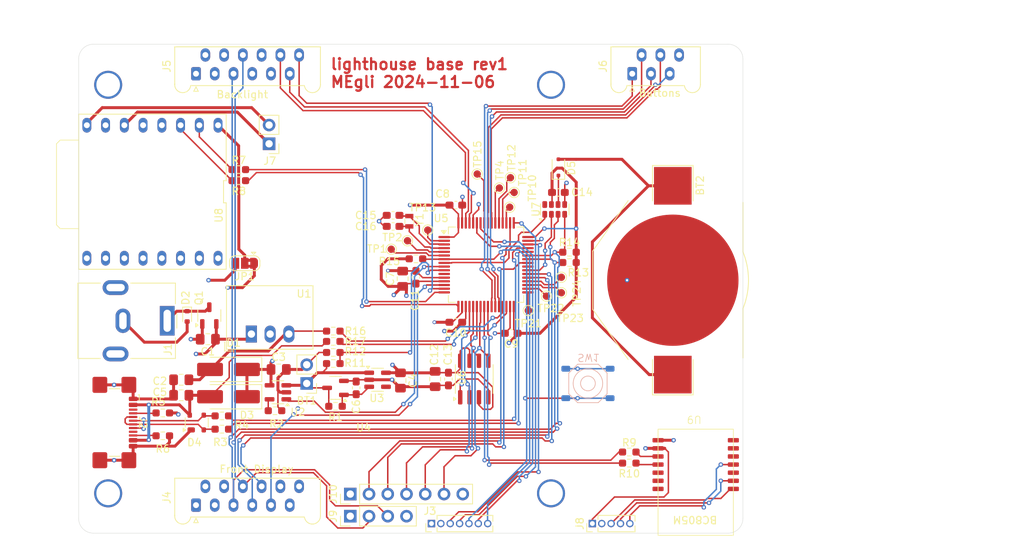
<source format=kicad_pcb>
(kicad_pcb (version 20241229) (generator "pcbnew") (generator_version "9.0")
  (title_block (title "Lighthouse Base") (date "2025-09-28") (rev "1") (comment 1 "MEgli"))
  (layers (0 "F.Cu" signal) (4 "In1.Cu" signal) (6 "In2.Cu" signal) (2 "B.Cu" signal) (13 "F.Paste" user) (15 "B.Paste" user) (5 "F.SilkS" user "F.Silkscreen") (7 "B.SilkS" user "B.Silkscreen") (1 "F.Mask" user) (3 "B.Mask" user) (25 "Edge.Cuts" user))
  (net 0 "")
  (net 1 "GND")
  (net 2 "+BATT")
  (net 3 "Net-(BT2-+)")
  (net 4 "+12V")
  (net 5 "+5VA")
  (net 6 "+5V")
  (net 7 "+3.3V")
  (net 8 "VBUS")
  (net 9 "Net-(U3-EN)")
  (net 10 "Net-(D2-K)")
  (net 11 "Net-(D4-I{slash}O2)")
  (net 12 "Net-(D4-I{slash}O1)")
  (net 13 "Net-(J2-CC2)")
  (net 14 "Net-(J2-CC1)")
  (net 15 "DBG_TX")
  (net 16 "~{STM_RST}")
  (net 17 "DBG_RX")
  (net 18 "STM_SWDCLK")
  (net 19 "STM_SWDIO")
  (net 20 "I2C1_SDA")
  (net 21 "I2C1_SCL")
  (net 22 "WHITE_PWM1")
  (net 24 "~{IS_INTB1}")
  (net 26 "~{IS_SDB1}")
  (net 28 "~{IS_INTB2}")
  (net 30 "WHITE_PWM2")
  (net 32 "BTN3")
  (net 33 "BTN2")
  (net 34 "BTN0")
  (net 35 "BTN1")
  (net 36 "BTN4")
  (net 37 "Net-(J7-Pin_2)")
  (net 38 "Net-(J7-Pin_1)")
  (net 39 "Net-(J8-Pin_5)")
  (net 40 "Net-(J8-Pin_3)")
  (net 41 "Net-(J8-Pin_4)")
  (net 42 "Net-(JP1-C)")
  (net 43 "Net-(U2-PROG)")
  (net 44 "USB_D-")
  (net 45 "USB_D+")
  (net 46 "SOUND_TX")
  (net 47 "Net-(U5-PA2)")
  (net 48 "Net-(U5-PA3)")
  (net 49 "SOUND_RX")
  (net 50 "Net-(U5-PC4)")
  (net 51 "BLE_TX")
  (net 52 "Net-(U5-PC5)")
  (net 53 "BLE_RX")
  (net 54 "Net-(U5-PC2)")
  (net 55 "Net-(U5-PB10)")
  (net 56 "Net-(U5-PB11)")
  (net 57 "Net-(U5-PD2)")
  (net 58 "~{SPI1_CS1}")
  (net 59 "SPI1_SCLK")
  (net 60 "Net-(U5-PC10)")
  (net 61 "Net-(U5-PC11)")
  (net 62 "Net-(U5-PC12)")
  (net 63 "Net-(U5-PC13)")
  (net 64 "Net-(U5-PC14)")
  (net 65 "Net-(U5-PB5)")
  (net 66 "Net-(U5-PC15)")
  (net 67 "Net-(U5-PB12)")
  (net 68 "Net-(U5-PB13)")
  (net 69 "Net-(U5-PB14)")
  (net 70 "Net-(U5-PB15)")
  (net 71 "CH_STAT")
  (net 73 "SPI1_COPI")
  (net 74 "~{RTC_INT}")
  (net 75 "RTC_CLK")
  (net 76 "~{SPI1_CS}")
  (net 77 "~{SPI1_CS2}")
  (net 78 "SPI1_CIPO")
  (net 96 "Net-(D5-K)")
  (net 100 "~{IS_SDB2}")
  (net 101 "Net-(U5-PH1)")
  (net 102 "Net-(U5-PH0)")
  (footprint "Capacitor_SMD:C_0805_2012Metric_Pad1.18x1.45mm_HandSolder" (layer "F.Cu") (at 57.5 88 180)
    (property "Reference" "C1")
    (property "Value" "10uF")
  )
  (footprint "Capacitor_SMD:C_0603_1608Metric_Pad1.08x0.95mm_HandSolder" (layer "F.Cu") (at 105 68.1)
    (property "Reference" "C14")
    (property "Value" "100nF")
  )
  (footprint "Capacitor_SMD:C_0603_1608Metric_Pad1.08x0.95mm_HandSolder" (layer "F.Cu") (at 91.105 69.815)
    (property "Reference" "C8")
    (property "Value" "100nF")
  )
  (footprint "Capacitor_SMD:C_0805_2012Metric_Pad1.18x1.45mm_HandSolder" (layer "F.Cu") (at 67.1 92.1)
    (property "Reference" "C3")
    (property "Value" "10uF")
  )
  (footprint "TestPoint:TestPoint_Pad_D1.0mm" (layer "F.Cu") (at 87.3 73.2 90)
    (property "Reference" "TP13")
    (property "Value" "TestPoint")
  )
  (footprint "TestPoint:TestPoint_Pad_D1.0mm" (layer "F.Cu") (at 98.5 66.1 90)
    (property "Reference" "TP12")
    (property "Value" "TestPoint")
  )
  (footprint "TestPoint:TestPoint_Pad_D1.0mm" (layer "F.Cu") (at 100.925 84.115)
    (property "Reference" "TP21")
    (property "Value" "TestPoint")
  )
  (footprint "TestPoint:TestPoint_Pad_D1.0mm" (layer "F.Cu") (at 94 65.6 90)
    (property "Reference" "TP15")
    (property "Value" "TestPoint")
  )
  (footprint "TestPoint:TestPoint_Pad_D1.0mm" (layer "F.Cu") (at 98.4 70.1 90)
    (property "Reference" "TP10")
    (property "Value" "TestPoint")
  )
  (footprint "Resistor_SMD:R_0603_1608Metric_Pad0.98x0.95mm_HandSolder" (layer "F.Cu") (at 51.4 98)
    (property "Reference" "R5")
    (property "Value" "5k1")
  )
  (footprint "Resistor_SMD:R_0603_1608Metric_Pad0.98x0.95mm_HandSolder" (layer "F.Cu") (at 106.5 76.2)
    (property "Reference" "R14")
    (property "Value" "4k7")
  )
  (footprint "Resistor_SMD:R_0603_1608Metric_Pad0.98x0.95mm_HandSolder" (layer "F.Cu") (at 61.7 65 180)
    (property "Reference" "R7")
    (property "Value" "0R")
  )
  (footprint "Capacitor_SMD:C_0805_2012Metric_Pad1.18x1.45mm_HandSolder" (layer "F.Cu") (at 53.9 95.6 180)
    (property "Reference" "C5")
    (property "Value" "10uF")
  )
  (footprint "lighthouse:DFPlayer_Mini-TF-16P" (layer "F.Cu") (at 50 68 180)
    (property "Reference" "U8")
    (property "Value" "~")
  )
  (footprint "Resistor_SMD:R_0603_1608Metric_Pad0.98x0.95mm_HandSolder" (layer "F.Cu") (at 74.5 86.9)
    (property "Reference" "R16")
    (property "Value" "1k")
  )
  (footprint "Resistor_SMD:R_0603_1608Metric_Pad0.98x0.95mm_HandSolder" (layer "F.Cu") (at 114.6 103.3 180)
    (property "Reference" "R9")
    (property "Value" "0R")
  )
  (footprint "TestPoint:TestPoint_Pad_D1.0mm" (layer "F.Cu") (at 105.4 81.7)
    (property "Reference" "TP23")
    (property "Value" "TestPoint")
  )
  (footprint "Package_QFP:LQFP-64_10x10mm_P0.5mm" (layer "F.Cu") (at 95.2 77.9)
    (property "Reference" "U5")
    (property "Value" "STM32L412RBTx")
  )
  (footprint "Connector_BarrelJack:BarrelJack_CUI_PJ-063AH_Horizontal" (layer "F.Cu") (at 52 85.5 -90)
    (property "Reference" "J1")
    (property "Value" "Barrel_Jack_Switch")
  )
  (footprint "Package_TO_SOT_SMD:SOT-143" (layer "F.Cu") (at 56 99.3 90)
    (property "Reference" "D4")
    (property "Value" "PRTR5V0U2X")
  )
  (footprint "Connector_PinHeader_1.27mm:PinHeader_1x07_P1.27mm_Vertical" (layer "F.Cu") (at 87.8 113 90)
    (property "Reference" "J3")
    (property "Value" "Conn_01x07")
  )
  (footprint "Package_SON:MicroCrystal_C7_SON-8_1.5x3.2mm_P0.9mm" (layer "F.Cu") (at 104.5 70.4 90)
    (property "Reference" "U7")
    (property "Value" "RV-3028-C7")
  )
  (footprint "Jumper:SolderJumper-3_P1.3mm_Bridged2Bar12_RoundedPad1.0x1.5mm" (layer "F.Cu") (at 62.5 77.7 180)
    (property "Reference" "JP1")
    (property "Value" "Jumper_3_Bridged12")
  )
  (footprint "Resistor_SMD:R_0603_1608Metric_Pad0.98x0.95mm_HandSolder" (layer "F.Cu") (at 114.6 104.8 180)
    (property "Reference" "R10")
    (property "Value" "0R")
  )
  (footprint "Capacitor_SMD:C_0805_2012Metric_Pad1.18x1.45mm_HandSolder" (layer "F.Cu") (at 88.3 93.4 -90)
    (property "Reference" "C12")
    (property "Value" "10uF")
  )
  (footprint "Capacitor_SMD:C_0805_2012Metric_Pad1.18x1.45mm_HandSolder" (layer "F.Cu") (at 53.9 93.5 180)
    (property "Reference" "C2")
    (property "Value" "10uF")
  )
  (footprint "Resistor_SMD:R_0603_1608Metric_Pad0.98x0.95mm_HandSolder" (layer "F.Cu") (at 51.4 101.1)
    (property "Reference" "R6")
    (property "Value" "5k1")
  )
  (footprint "Package_SO:SOIC-8_3.9x4.9mm_P1.27mm" (layer "F.Cu") (at 93.6 93.4 90)
    (property "Reference" "U6")
    (property "Value" "AT25SF081-SSHD-X")
  )
  (footprint "Connector_PinHeader_2.54mm:PinHeader_1x02_P2.54mm_Vertical" (layer "F.Cu") (at 70.9 94 180)
    (property "Reference" "BT1")
    (property "Value" "Battery_Cell")
  )
  (footprint "Resistor_SMD:R_0603_1608Metric_Pad0.98x0.95mm_HandSolder" (layer "F.Cu") (at 59.4 98.4)
    (property "Reference" "R4")
    (property "Value" "22R")
  )
  (footprint "Resistor_SMD:R_0603_1608Metric_Pad0.98x0.95mm_HandSolder" (layer "F.Cu") (at 74.5 89.8)
    (property "Reference" "R12")
    (property "Value" "1M")
  )
  (footprint "Converter_DCDC:Converter_DCDC_RECOM_R-78E-0.5_THT" (layer "F.Cu") (at 63.4 87.3)
    (property "Reference" "U1")
    (property "Value" "R-78E5.0-1.0")
  )
  (footprint "Resistor_SMD:R_0603_1608Metric_Pad0.98x0.95mm_HandSolder" (layer "F.Cu") (at 66.6 97.7)
    (property "Reference" "R2")
    (property "Value" "10k")
  )
  (footprint "Diode_SMD:D_SMA_Handsoldering" (layer "F.Cu") (at 60.3 95.8 180)
    (property "Reference" "D3")
    (property "Value" "B130-13-F")
  )
  (footprint "Connector_PinHeader_2.54mm:PinHeader_1x02_P2.54mm_Vertical" (layer "F.Cu") (at 65.8 61.5 180)
    (property "Reference" "J7")
    (property "Value" "Conn_01x02")
  )
  (footprint "TestPoint:TestPoint_Pad_D1.0mm" (layer "F.Cu") (at 84.55 74.65)
    (property "Reference" "TP2")
    (property "Value" "TestPoint")
  )
  (footprint "Connector_Molex:Molex_Picoflex_90325-0012_2x06_P1.27mm_Vertical" (layer "F.Cu") (at 55.9 52 90)
    (property "Reference" "J5")
    (property "Value" "Conn_01x12")
  )
  (footprint "Resistor_SMD:R_0603_1608Metric_Pad0.98x0.95mm_HandSolder" (layer "F.Cu") (at 74.8 97.1)
    (property "Reference" "R1")
    (property "Value" "1M")
  )
  (footprint "TestPoint:TestPoint_Pad_D1.0mm" (layer "F.Cu") (at 105.4 79.6)
    (property "Reference" "TP24")
    (property "Value" "TestPoint")
  )
  (footprint "Battery:BatteryHolder_Keystone_3002_1x2032" (layer "F.Cu") (at 120.5 80 -90)
    (property "Reference" "BT2")
    (property "Value" "Keystone 3002")
  )
  (footprint "Capacitor_SMD:C_0603_1608Metric_Pad1.08x0.95mm_HandSolder" (layer "F.Cu") (at 91.1 85.7 180)
    (property "Reference" "C10")
    (property "Value" "100nF")
  )
  (footprint "Resistor_SMD:R_0603_1608Metric_Pad0.98x0.95mm_HandSolder" (layer "F.Cu") (at 59.4 100.2)
    (property "Reference" "R3")
    (property "Value" "22R")
  )
  (footprint "Package_TO_SOT_SMD:SOT-23-3" (layer "F.Cu") (at 74.8 94.6 180)
    (property "Reference" "U4")
    (property "Value" "MCP111T-xxxE_TT")
  )
  (footprint "Connector_Molex:Molex_Picoflex_90325-0006_2x03_P1.27mm_Vertical" (layer "F.Cu") (at 115 52 90)
    (property "Reference" "J6")
    (property "Value" "Conn_01x06")
  )
  (footprint "Capacitor_SMD:C_0603_1608Metric_Pad1.08x0.95mm_HandSolder" (layer "F.Cu") (at 85.7 79.6 90)
    (property "Reference" "C11")
    (property "Value" "100nF")
  )
  (footprint "Capacitor_SMD:C_0603_1608Metric_Pad1.08x0.95mm_HandSolder" (layer "F.Cu") (at 82.6 72.7 180)
    (property "Reference" "C16")
    (property "Value" "12.5pF")
  )
  (footprint "Connector_PinHeader_2.54mm:PinHeader_1x04_P2.54mm_Vertical" (layer "F.Cu") (at 76.8 112 90)
    (property "Reference" "J9")
    (property "Value" "Conn_01x04")
  )
  (footprint "Package_TO_SOT_SMD:SOT-23-5" (layer "F.Cu") (at 67 95.2 180)
    (property "Reference" "U2")
    (property "Value" "MCP73831-2-OT")
  )
  (footprint "Package_TO_SOT_SMD:SOT-23-5" (layer "F.Cu") (at 80.5 93.5)
    (property "Reference" "U3")
    (property "Value" "TLV75533PDBV")
  )
  (footprint "TestPoint:TestPoint_Pad_D1.0mm" (layer "F.Cu") (at 97 67.5 90)
    (property "Reference" "TP4")
    (property "Value" "TestPoint")
  )
  (footprint "Resistor_SMD:R_0603_1608Metric_Pad0.98x0.95mm_HandSolder" (layer "F.Cu") (at 74.5 91.3 180)
    (property "Reference" "R11")
    (property "Value" "1M")
  )
  (footprint "Capacitor_SMD:C_0603_1608Metric_Pad1.08x0.95mm_HandSolder" (layer "F.Cu") (at 98.6 87.2 180)
    (property "Reference" "C9")
    (property "Value" "100nF")
  )
  (footprint "Capacitor_SMD:C_0603_1608Metric_Pad1.08x0.95mm_HandSolder" (layer "F.Cu") (at 90.1 93.4 -90)
    (property "Reference" "C13")
    (property "Value" "100nF")
  )
  (footprint "Connector_PinHeader_2.54mm:PinHeader_1x07_P2.54mm_Vertical" (layer "F.Cu") (at 76.8 109 90)
    (property "Reference" "J10")
    (property "Value" "Conn_01x07")
  )
  (footprint "Package_TO_SOT_SMD:SOT-23-3" (layer "F.Cu") (at 57.7 84.8 90)
    (property "Reference" "Q1")
    (property "Value" "DMP3099L")
  )
  (footprint "Diode_SMD:D_SOD-523" (layer "F.Cu") (at 54.7 84.9 -90)
    (property "Reference" "D2")
    (property "Value" "DF2S16FS")
  )
  (footprint "Connector_PinHeader_1.27mm:PinHeader_1x05_P1.27mm_Vertical" (layer "F.Cu") (at 109.6 113 90)
    (property "Reference" "J8")
    (property "Value" "Conn_01x05")
  )
  (footprint "Connector_Molex:Molex_Picoflex_90325-0012_2x06_P1.27mm_Vertical" (layer "F.Cu") (at 55.9 110.5 90)
    (property "Reference" "J4")
    (property "Value" "Conn_01x12")
  )
  (footprint "Resistor_SMD:R_0603_1608Metric_Pad0.98x0.95mm_HandSolder" (layer "F.Cu") (at 85.7 77.1 180)
    (property "Reference" "R15")
    (property "Value" "10k")
  )
  (footprint "Resistor_SMD:R_0603_1608Metric_Pad0.98x0.95mm_HandSolder" (layer "F.Cu") (at 74.5 88.3)
    (property "Reference" "R17")
    (property "Value" "1k")
  )
  (footprint "Connector_USB:USB_C_Receptacle_GCT_USB4110" (layer "F.Cu") (at 43.7 99.3 -90)
    (property "Reference" "J2")
    (property "Value" "USB_C_Receptacle_USB2.0_14P")
  )
  (footprint "lighthouse:BC805M" (layer "F.Cu") (at 123.6 105 180)
    (property "Reference" "U9")
    (property "Value" "~")
  )
  (footprint "Diode_SMD:D_SOD-323F" (layer "F.Cu") (at 105 64.7 90)
    (property "Reference" "D5")
    (property "Value" "PMEG4002EJ")
  )
  (footprint "Capacitor_SMD:C_0805_2012Metric_Pad1.18x1.45mm_HandSolder" (layer "F.Cu") (at 83.9 79.8 90)
    (property "Reference" "C7")
    (property "Value" "10uF")
  )
  (footprint "Resistor_SMD:R_0603_1608Metric_Pad0.98x0.95mm_HandSolder" (layer "F.Cu") (at 106.5 77.6)
    (property "Reference" "R13")
    (property "Value" "4k7")
  )
  (footprint "Lighthouse1:9HT1132768KDZBT" (layer "F.Cu") (at 84.8 72 -90)
    (property "Reference" "Y1")
    (property "Value" "9HT11-32.768KDZB-T" (hide yes))
  )
  (footprint "Capacitor_SMD:C_0805_2012Metric_Pad1.18x1.45mm_HandSolder" (layer "F.Cu") (at 83.6 93.6 -90)
    (property "Reference" "C4")
    (property "Value" "10uF")
  )
  (footprint "Resistor_SMD:R_0603_1608Metric_Pad0.98x0.95mm_HandSolder" (layer "F.Cu") (at 61.7 66.5 180)
    (property "Reference" "R8")
    (property "Value" "0R")
  )
  (footprint "Diode_SMD:D_SMA_Handsoldering" (layer "F.Cu") (at 60.3 92.1 180)
    (property "Reference" "D1")
    (property "Value" "B130-13-F")
  )
  (footprint "TestPoint:TestPoint_Pad_D1.0mm" (layer "F.Cu") (at 99 68.1 90)
    (property "Reference" "TP11")
    (property "Value" "TestPoint")
  )
  (footprint "TestPoint:TestPoint_Pad_D1.0mm" (layer "F.Cu") (at 82.35 75.8)
    (property "Reference" "TP1")
    (property "Value" "TestPoint")
  )
  (footprint "TestPoint:TestPoint_Pad_D1.0mm" (layer "F.Cu") (at 103.375 82.165)
    (property "Reference" "TP22")
    (property "Value" "TestPoint")
  )
  (footprint "Capacitor_SMD:C_0603_1608Metric_Pad1.08x0.95mm_HandSolder" (layer "F.Cu") (at 77.6 94.6 90)
    (property "Reference" "C6")
    (property "Value" "10nF")
  )
  (footprint "Capacitor_SMD:C_0603_1608Metric_Pad1.08x0.95mm_HandSolder" (layer "F.Cu") (at 82.6 71.2 180)
    (property "Reference" "C15")
    (property "Value" "12.5pF")
  )
  (footprint "lighthouse:PTS526" (layer "B.Cu") (at 109 94)
    (property "Reference" "SW1")
    (property "Value" "~")
  )
  (gr_arc (start 42 114.3) (mid 40.585786 113.714214) (end 40 112.3) (stroke (width 0.05)) (layer "Edge.Cuts"))
  (gr_line (start 130 112.3) (end 130 50) (stroke (width 0.05)) (layer "Edge.Cuts"))
  (gr_arc (start 40 50) (mid 40.585786 48.585786) (end 42 48) (stroke (width 0.05)) (layer "Edge.Cuts"))
  (gr_arc (start 130 112.3) (mid 129.414214 113.714214) (end 128 114.3) (stroke (width 0.05)) (layer "Edge.Cuts"))
  (gr_arc (start 128 48) (mid 129.414214 48.585786) (end 130 50) (stroke (width 0.05)) (layer "Edge.Cuts"))
  (gr_line (start 128 48) (end 42 48) (stroke (width 0.05)) (layer "Edge.Cuts"))
  (gr_line (start 40 112.3) (end 40 50) (stroke (width 0.05)) (layer "Edge.Cuts"))
  (gr_line (start 42 114.3) (end 128 114.3) (stroke (width 0.05)) (layer "Edge.Cuts"))
  (gr_text "lighthouse base rev1\nMEgli 2024-11-06" (at 74 54 0) (layer "F.Cu") (effects (font (size 1.5 1.5) (thickness 0.3) (bold yes)) (justify left bottom)))
  (gr_text "Front Display" (at 59 106.2 0) (layer "F.SilkS") (effects (font (size 1 1)) (justify left bottom)))
  (gr_text "Buttons" (at 115.8 55.2 0) (layer "F.SilkS") (effects (font (size 1 1)) (justify left bottom)))
  (gr_text "Backlight" (at 58.6 55.4 0) (layer "F.SilkS") (effects (font (size 1 1)) (justify left bottom)))
  (via (at 44 53.5) (size 3.8) (drill 3.2) (layers "F.Cu" "B.Cu") (net 0))
  (via (at 104 108.9) (size 3.8) (drill 3.2) (layers "F.Cu" "B.Cu") (net 0))
  (via (at 104 53.5) (size 3.8) (drill 3.2) (layers "F.Cu" "B.Cu") (net 0))
  (via (at 44 108.9) (size 3.8) (drill 3.2) (layers "F.Cu" "B.Cu") (net 0))
  (segment (start 47.38 103.835) (end 46.805 104.41) (width 0.4) (layer "F.Cu") (net 1))
  (segment (start 81.7375 71.2) (end 81.5 71.2) (width 0.2) (layer "F.Cu") (net 1))
  (segment (start 83.6 94.6375) (end 82.4625 93.5) (width 0.4) (layer "F.Cu") (net 1))
  (segment (start 105.8625 68.1) (end 105.8625 67.0375) (width 0.2) (layer "F.Cu") (net 1))
  (segment (start 90.7375 94.2625) (end 91.6 93.4) (width 0.2) (layer "F.Cu") (net 1))
  (segment (start 83.8 94.4375) (end 83.6 94.6375) (width 0.4) (layer "F.Cu") (net 1))
  (segment (start 51.8 102.5) (end 53.05 102.5) (width 0.4) (layer "F.Cu") (net 1))
  (segment (start 77.5125 93.65) (end 77.6 93.7375) (width 0.2) (layer "F.Cu") (net 1))
  (segment (start 52.8625 95.6) (end 52.8625 93.5) (width 0.4) (layer "F.Cu") (net 1))
  (segment (start 88.2 85.7) (end 90.2375 85.7) (width 0.4) (layer "F.Cu") (net 1))
  (segment (start 120.5 80) (end 114.3 80) (width 0.2) (layer "F.Cu") (net 1))
  (segment (start 100.875 74.65) (end 102.45 74.65) (width 0.2) (layer "F.Cu") (net 1))
  (segment (start 66.2275 87.5875) (end 65.94 87.3) (width 0.4) (layer "F.Cu") (net 1))
  (segment (start 81.5 71.2) (end 80.7 72) (width 0.2) (layer "F.Cu") (net 1))
  (segment (start 48.9 88.4) (end 53.3 88.4) (width 0.4) (layer "F.Cu") (net 1))
  (segment (start 86.6125 79.65) (end 85.7 78.7375) (width 0.2) (layer "F.Cu") (net 1))
  (segment (start 53.05 102.5) (end 55.25 100.3) (width 0.4) (layer "F.Cu") (net 1))
  (segment (start 67.3 95.2) (end 67 94.9) (width 0.4) (layer "F.Cu") (net 1))
  (segment (start 91.95 69.8325) (end 91.9675 69.815) (width 0.2) (layer "F.Cu") (net 1))
  (segment (start 52.3125 101.9875) (end 51.8 102.5) (width 0.4) (layer "F.Cu") (net 1))
  (segment (start 89.525 79.65) (end 86.6125 79.65) (width 0.2) (layer "F.Cu") (net 1))
  (segment (start 95.505 95.875) (end 95.505 94.805) (width 0.2) (layer "F.Cu") (net 1))
  (segment (start 91.9675 69.5675) (end 91.9675 69.815) (width 0.2) (layer "F.Cu") (net 1))
  (segment (start 73.5875 89.8) (end 72.56 89.8) (width 0.2) (layer "F.Cu") (net 1))
  (segment (start 56.75 87.7125) (end 56.4625 88) (width 0.4) (layer "F.Cu") (net 1))
  (segment (start 47.38 94.765) (end 46.805 94.19) (width 0.4) (layer "F.Cu") (net 1))
  (segment (start 105.8625 69.725) (end 105.85 69.7375) (width 0.2) (layer "F.Cu") (net 1))
  (segment (start 96.4 87.2) (end 97.7375 87.2) (width 0.2) (layer "F.Cu") (net 1))
  (segment (start 68.1375 92.1) (end 70.26 92.1) (width 0.4) (layer "F.Cu") (net 1))
  (segment (start 52.3625 96.1) (end 47.38 96.1) (width 0.4) (layer "F.Cu") (net 1))
  (segment (start 92 68.7) (end 92 69.535) (width 0.2) (layer "F.Cu") (net 1))
  (segment (start 53.3 98) (end 53.5 98.2) (width 0.4) (layer "F.Cu") (net 1))
  (segment (start 81.7375 72.7) (end 81.4 72.7) (width 0.2) (layer "F.Cu") (net 1))
  (segment (start 56.75 85.9375) (end 56.75 87.7125) (width 0.4) (layer "F.Cu") (net 1))
  (segment (start 90.1 94.2625) (end 90.7375 94.2625) (width 0.2) (layer "F.Cu") (net 1))
  (segment (start 52.3125 98) (end 53.3 98) (width 0.4) (layer "F.Cu") (net 1))
  (segment (start 94.1 93.4) (end 95.505 94.805) (width 0.2) (layer "F.Cu") (net 1))
  (segment (start 54.7 87) (end 54.7 85.6) (width 0.4) (layer "F.Cu") (net 1))
  (segment (start 98.45 86.4875) (end 97.7375 87.2) (width 0.2) (layer "F.Cu") (net 1))
  (segment (start 88.3 94.4375) (end 83.8 94.4375) (width 0.4) (layer "F.Cu") (net 1))
  (segment (start 94.2 70.4) (end 94.2 69.7) (width 0.2) (layer "F.Cu") (net 1))
  (segment (start 68.1375 95.2) (end 67.3 95.2) (width 0.4) (layer "F.Cu") (net 1))
  (segment (start 42.875 104.41) (end 46.805 104.41) (width 0.4) (layer "F.Cu") (net 1))
  (segment (start 105.8625 67.0375) (end 106.1 66.8) (width 0.2) (layer "F.Cu") (net 1))
  (segment (start 90.63241 85.7) (end 90.2375 85.7) (width 0.2) (layer "F.Cu") (net 1))
  (segment (start 93.45 71.15) (end 94.2 70.4) (width 0.2) (layer "F.Cu") (net 1))
  (segment (start 67.5125 97.7) (end 67 97.1875) (width 0.2) (layer "F.Cu") (net 1))
  (segment (start 118.5 101.7) (end 120.6 101.7) (width 0.4) (layer "F.Cu") (net 1))
  (segment (start 52.3125 101.1) (end 52.3125 101.9875) (width 0.4) (layer "F.Cu") (net 1))
  (segment (start 91.95 83.575) (end 91.95 84.38241) (width 0.2) (layer "F.Cu") (net 1))
  (segment (start 52.8625 95.6) (end 52.3625 96.1) (width 0.4) (layer "F.Cu") (net 1))
  (segment (start 53.3 88.4) (end 54.7 87) (width 0.4) (layer "F.Cu") (net 1))
  (segment (start 91.95 72.225) (end 91.95 69.8325) (width 0.2) (layer "F.Cu") (net 1))
  (segment (start 91.95 84.38241) (end 90.63241 85.7) (width 0.2) (layer "F.Cu") (net 1))
  (segment (start 70.26 92.1) (end 70.9 91.46) (width 0.4) (layer "F.Cu") (net 1))
  (segment (start 85.7 78.7375) (end 83.925 78.7375) (width 0.2) (layer "F.Cu") (net 1))
  (segment (start 72.56 89.8) (end 70.9 91.46) (width 0.2) (layer "F.Cu") (net 1))
  (segment (start 42.875 94.19) (end 46.805 94.19) (width 0.4) (layer "F.Cu") (net 1))
  (segment (start 67 93.2375) (end 68.1375 92.1) (width 0.4) (layer "F.Cu") (net 1))
  (segment (start 98.45 83.575) (end 98.45 86.4875) (width 0.2) (layer "F.Cu") (net 1))
  (segment (start 81.9 78.7) (end 83.8375 78.7) (width 0.4) (layer "F.Cu") (net 1))
  (segment (start 93.45 72.225) (end 93.45 71.15) (width 0.2) (layer "F.Cu") (net 1))
  (segment (start 46 85.5) (end 48.9 88.4) (width 0.4) (layer "F.Cu") (net 1))
  (segment (start 47.38 96.1) (end 47.38 94.765) (width 0.4) (layer "F.Cu") (net 1))
  (segment (start 77.8375 93.5) (end 77.6 93.7375) (width 0.2) (layer "F.Cu") (net 1))
  (segment (start 83.925 78.7375) (end 83.9 78.7625) (width 0.2) (layer "F.Cu") (net 1))
  (segment (start 81.4 72.7) (end 80.7 72) (width 0.2) (layer "F.Cu") (net 1))
  (segment (start 75.9375 93.65) (end 77.5125 93.65) (width 0.2) (layer "F.Cu") (net 1))
  (segment (start 82.4625 93.5) (end 79.3625 93.5) (width 0.4) (layer "F.Cu") (net 1))
  (segment (start 102.45 74.65) (end 102.7 74.4) (width 0.2) (layer "F.Cu") (net 1))
  (segment (start 79.3625 93.5) (end 77.8375 93.5) (width 0.2) (layer "F.Cu") (net 1))
  (segment (start 83.8375 78.7) (end 83.9 78.7625) (width 0.4) (layer "F.Cu") (net 1))
  (segment (start 47.38 102.5) (end 47.38 103.835) (width 0.4) (layer "F.Cu") (net 1))
  (segment (start 91.6 93.4) (end 94.1 93.4) (width 0.2) (layer "F.Cu") (net 1))
  (segment (start 67 97.1875) (end 67 94.9) (width 0.2) (layer "F.Cu") (net 1))
  (segment (start 92 69.535) (end 91.9675 69.5675) (width 0.2) (layer "F.Cu") (net 1))
  (segment (start 47.38 102.5) (end 51.8 102.5) (width 0.4) (layer "F.Cu") (net 1))
  (segment (start 56.4625 88) (end 55.2 88) (width 0.4) (layer "F.Cu") (net 1))
  (segment (start 105.8625 68.1) (end 105.8625 69.725) (width 0.2) (layer "F.Cu") (net 1))
  (segment (start 90.1 94.2625) (end 88.475 94.2625) (width 0.2) (layer "F.Cu") (net 1))
  (segment (start 67 94.9) (end 67 93.2375) (width 0.4) (layer "F.Cu") (net 1))
  (via (at 81.9 78.7) (size 0.5) (drill 0.3) (layers "F.Cu" "B.Cu") (net 1))
  (via (at 55.2 88) (size 0.6) (drill 0.3) (layers "F.Cu" "B.Cu") (net 1))
  (via (at 44.8 104.41) (size 0.6) (drill 0.3) (layers "F.Cu" "B.Cu") (net 1))
  (via (at 69.7 97.4) (size 0.6) (drill 0.3) (layers "F.Cu" "B.Cu") (net 1))
  (via (at 114.3 80) (size 0.6) (drill 0.3) (layers "F.Cu" "B.Cu") (net 1))
  (via (at 102.7 74.4) (size 0.6) (drill 0.3) (layers "F.Cu" "B.Cu") (net 1))
  (via (at 106.1 66.8) (size 0.6) (drill 0.3) (layers "F.Cu" "B.Cu") (net 1))
  (via (at 88.2 85.7) (size 0.5) (drill 0.3) (layers "F.Cu" "B.Cu") (net 1))
  (via (at 44.8 94.19) (size 0.6) (drill 0.3) (layers "F.Cu" "B.Cu") (net 1))
  (via (at 53.5 98.2) (size 0.6) (drill 0.3) (layers "F.Cu" "B.Cu") (net 1))
  (via (at 92 68.7) (size 0.6) (drill 0.3) (layers "F.Cu" "B.Cu") (net 1))
  (via (at 80.7 72) (size 0.6) (drill 0.3) (layers "F.Cu" "B.Cu") (net 1))
  (via (at 120.6 101.7) (size 0.6) (drill 0.3) (layers "F.Cu" "B.Cu") (net 1))
  (via (at 94.2 69.7) (size 0.6) (drill 0.3) (layers "F.Cu" "B.Cu") (net 1))
  (via (at 82.4625 93.5) (size 0.6) (drill 0.3) (layers "F.Cu" "B.Cu") (net 1))
  (via (at 96.4 87.2) (size 0.6) (drill 0.3) (layers "F.Cu" "B.Cu") (net 1))
  (via (at 107.6 92) (size 0.6) (drill 0.3) (layers "F.Cu" "B.Cu") (net 1))
  (segment (start 106 92) (end 112 92) (width 0.2) (layer "B.Cu") (net 1))
  (segment (start 73 92.55) (end 72.35 92.55) (width 0.4) (layer "F.Cu") (net 2))
  (segment (start 72.35 92.55) (end 70.9 94) (width 0.4) (layer "F.Cu") (net 2))
  (segment (start 68.1375 94.25) (end 70.65 94.25) (width 0.4) (layer "F.Cu") (net 2))
  (segment (start 73.5875 91.3) (end 73.5875 91.9625) (width 0.2) (layer "F.Cu") (net 2))
  (segment (start 79.3625 92.55) (end 73 92.55) (width 0.4) (layer "F.Cu") (net 2))
  (segment (start 70.65 94.25) (end 70.9 94) (width 0.4) (layer "F.Cu") (net 2))
  (segment (start 73.6625 94.6) (end 71.5 94.6) (width 0.2) (layer "F.Cu") (net 2))
  (segment (start 71.5 94.6) (end 70.9 94) (width 0.2) (layer "F.Cu") (net 2))
  (segment (start 73.5875 91.9625) (end 73 92.55) (width 0.2) (layer "F.Cu") (net 2))
  (segment (start 73.8875 94.825) (end 73.6625 94.6) (width 0.2) (layer "F.Cu") (net 2))
  (segment (start 73.8875 97.1) (end 73.8875 94.825) (width 0.2) (layer "F.Cu") (net 2))
  (segment (start 120.5 92.8) (end 117.3 92.8) (width 0.4) (layer "F.Cu") (net 3))
  (segment (start 113.6 63.6) (end 107.4 63.6) (width 0.4) (layer "F.Cu") (net 3))
  (segment (start 117.3 92.8) (end 109.6 85.1) (width 0.4) (layer "F.Cu") (net 3))
  (segment (start 117.2 67.2) (end 113.6 63.6) (width 0.4) (layer "F.Cu") (net 3))
  (segment (start 109.6 74.8) (end 117.2 67.2) (width 0.4) (layer "F.Cu") (net 3))
  (segment (start 109.6 85.1) (end 109.6 74.8) (width 0.4) (layer "F.Cu") (net 3))
  (segment (start 107.4 63.6) (end 105 63.6) (width 0.4) (layer "F.Cu") (net 3))
  (segment (start 117.2 67.2) (end 120.5 67.2) (width 0.4) (layer "F.Cu") (net 3))
  (segment (start 58.65 85.9375) (end 58.65 87.8875) (width 0.4) (layer "F.Cu") (net 4))
  (segment (start 58.5375 88) (end 62.7 88) (width 0.4) (layer "F.Cu") (net 4))
  (segment (start 55.9 90) (end 57.1 90) (width 0.4) (layer "F.Cu") (net 4))
  (segment (start 58.5375 88) (end 58.5375 88.5625) (width 0.4) (layer "F.Cu") (net 4))
  (segment (start 58.65 87.8875) (end 58.5375 88) (width 0.4) (layer "F.Cu") (net 4))
  (segment (start 58.5375 88.5625) (end 57.1 90) (width 0.4) (layer "F.Cu") (net 4))
  (segment (start 62.7 88) (end 63.4 87.3) (width 0.4) (layer "F.Cu") (net 4))
  (via (at 55.9 90) (size 0.6) (drill 0.3) (layers "F.Cu" "B.Cu") (net 4))
  (segment (start 57.8 92.1) (end 57.9 92.1) (width 0.4) (layer "F.Cu") (net 5))
  (segment (start 57.9 92.1) (end 60.4 89.6) (width 0.4) (layer "F.Cu") (net 5))
  (segment (start 68.88 86.9) (end 68.48 87.3) (width 0.2) (layer "F.Cu") (net 5))
  (segment (start 65.7 89.6) (end 68 87.3) (width 0.4) (layer "F.Cu") (net 5))
  (segment (start 54.9375 93.5) (end 56.4 93.5) (width 0.4) (layer "F.Cu") (net 5))
  (segment (start 56.4 93.5) (end 57.8 92.1) (width 0.4) (layer "F.Cu") (net 5))
  (segment (start 60.4 89.6) (end 65.7 89.6) (width 0.4) (layer "F.Cu") (net 5))
  (segment (start 68 87.3) (end 68.48 87.3) (width 0.4) (layer "F.Cu") (net 5))
  (segment (start 73.5875 86.9) (end 68.88 86.9) (width 0.2) (layer "F.Cu") (net 5))
  (segment (start 61.2 78.6) (end 61.2 77.7) (width 0.4) (layer "F.Cu") (net 6))
  (segment (start 59.8 80) (end 61.2 78.6) (width 0.4) (layer "F.Cu") (net 6))
  (segment (start 66.0625 92.1) (end 66.0625 94.05) (width 0.4) (layer "F.Cu") (net 6))
  (segment (start 66.0625 91.1375) (end 66.0625 92.1) (width 0.4) (layer "F.Cu") (net 6))
  (segment (start 57.6 80) (end 59.8 80) (width 0.4) (layer "F.Cu") (net 6))
  (segment (start 66.25 90.95) (end 66.0625 91.1375) (width 0.4) (layer "F.Cu") (net 6))
  (segment (start 66.0625 94.05) (end 65.8625 94.25) (width 0.4) (layer "F.Cu") (net 6))
  (segment (start 62.8 92.1) (end 66.0625 92.1) (width 0.4) (layer "F.Cu") (net 6))
  (segment (start 62.8 95.8) (end 62.8 92.1) (width 0.4) (layer "F.Cu") (net 6))
  (via (at 66.25 90.95) (size 0.6) (drill 0.3) (layers "F.Cu" "B.Cu") (net 6))
  (via (at 57.6 80) (size 0.6) (drill 0.3) (layers "F.Cu" "B.Cu") (net 6))
  (segment (start 84.4 81.3375) (end 83.9 80.8375) (width 0.4) (layer "F.Cu") (net 7))
  (segment (start 107.4125 66.7125) (end 107 66.3) (width 0.4) (layer "F.Cu") (net 7))
  (segment (start 104.1375 69.65) (end 104.05 69.7375) (width 0.2) (layer "F.Cu") (net 7))
  (segment (start 89.525 80.15) (end 86.0125 80.15) (width 0.2) (layer "F.Cu") (net 7))
  (segment (start 83.6 92.5625) (end 88.1 92.5625) (width 0.4) (layer "F.Cu") (net 7))
  (segment (start 86.0125 80.15) (end 85.7 80.4625) (width 0.2) (layer "F.Cu") (net 7))
  (segment (start 101.85 74.15) (end 103 73) (width 0.2) (layer "F.Cu") (net 7))
  (segment (start 94.235 95.875) (end 94.235 96.935) (width 0.2) (layer "F.Cu") (net 7))
  (segment (start 109.6 112.4) (end 112.6 109.4) (width 0.2) (layer "F.Cu") (net 7))
  (segment (start 94.1375 92.5375) (end 91.1625 92.5375) (width 0.2) (layer "F.Cu") (net 7))
  (segment (start 98.3 88.5) (end 99.4625 87.3375) (width 0.4) (layer "F.Cu") (net 7))
  (segment (start 91.45 72.225) (end 91.45 71.0225) (width 0.2) (layer "F.Cu") (net 7))
  (segment (start 84.275 80.4625) (end 83.9 80.8375) (width 0.2) (layer "F.Cu") (net 7))
  (segment (start 119.9 103.3) (end 119.4 102.8) (width 0.2) (layer "F.Cu") (net 7))
  (segment (start 90.1 92.5375) (end 88.475 92.5375) (width 0.2) (layer "F.Cu") (net 7))
  (segment (start 92.45 85.2125) (end 91.9625 85.7) (width 0.2) (layer "F.Cu") (net 7))
  (segment (start 88.1 92.5625) (end 88.3 92.3625) (width 0.4) (layer "F.Cu") (net 7))
  (segment (start 98.95 86.6875) (end 99.4625 87.2) (width 0.2) (layer "F.Cu") (net 7))
  (segment (start 81.9 77.1) (end 81 78) (width 0.4) (layer "F.Cu") (net 7))
  (segment (start 63.8 79.4) (end 63.8 77.7) (width 0.4) (layer "F.Cu") (net 7))
  (segment (start 107.4125 82.2875) (end 102.5 87.2) (width 0.4) (layer "F.Cu") (net 7))
  (segment (start 104.1375 68.1) (end 104.1375 69.65) (width 0.2) (layer "F.Cu") (net 7))
  (segment (start 92.1 89.2) (end 92.7 89.2) (width 0.2) (layer "F.Cu") (net 7))
  (segment (start 90.85 74.15) (end 91.45 73.55) (width 0.2) (layer "F.Cu") (net 7))
  (segment (start 83.5875 92.55) (end 83.6 92.5625) (width 0.4) (layer "F.Cu") (net 7))
  (segment (start 107 66.3) (end 105.5 64.8) (width 0.4) (layer "F.Cu") (net 7))
  (segment (start 107.4125 76.2) (end 107.4125 66.7125) (width 0.4) (layer "F.Cu") (net 7))
  (segment (start 109.6 113) (end 109.6 112.4) (width 0.2) (layer "F.Cu") (net 7))
  (segment (start 60.2 81) (end 62.2 81) (width 0.4) (layer "F.Cu") (net 7))
  (segment (start 91.45 72.225) (end 91.45 73.15) (width 0.2) (layer "F.Cu") (net 7))
  (segment (start 89.55 86.9) (end 90.7625 86.9) (width 0.4) (layer "F.Cu") (net 7))
  (segment (start 84.915 69.815) (end 84.9 69.8) (width 0.4) (layer "F.Cu") (net 7))
  (segment (start 92.965 89.465) (end 92.965 90.925) (width 0.2) (layer "F.Cu") (net 7))
  (segment (start 94.8 97.5) (end 95.8 97.5) (width 0.2) (layer "F.Cu") (net 7))
  (segment (start 83.9 92.2625) (end 83.6 92.5625) (width 0.4) (layer "F.Cu") (net 7))
  (segment (start 103 73) (end 103.1 73) (width 0.2) (layer "F.Cu") (net 7))
  (segment (start 119.9 108.8) (end 119.9 103.3) (width 0.2) (layer "F.Cu") (net 7))
  (segment (start 83.8625 80.8375) (end 83.9 80.8375) (width 0.4) (layer "F.Cu") (net 7))
  (segment (start 90.1 92.5375) (end 91.1625 92.5375) (width 0.2) (layer "F.Cu") (net 7))
  (segment (start 85.7 80.4625) (end 84.275 80.4625) (width 0.2) (layer "F.Cu") (net 7))
  (segment (start 91.45 73.55) (end 91.45 73.15) (width 0.2) (layer "F.Cu") (net 7))
  (segment (start 112.6 109.4) (end 119.3 109.4) (width 0.2) (layer "F.Cu") (net 7))
  (segment (start 91.695 91.995) (end 91.695 90.925) (width 0.2) (layer "F.Cu") (net 7))
  (segment (start 104.8 64.8) (end 104.1375 65.4625) (width 0.4) (layer "F.Cu") (net 7))
  (segment (start 92.45 83.575) (end 92.45 85.2125) (width 0.2) (layer "F.Cu") (net 7))
  (segment (start 102.5 87.2) (end 99.4625 87.2) (width 0.4) (layer "F.Cu") (net 7))
  (segment (start 91.695 90.925) (end 91.695 89.605) (width 0.2) (layer "F.Cu") (net 7))
  (segment (start 107.4125 77.6) (end 107.4125 82.2875) (width 0.4) (layer "F.Cu") (net 7))
  (segment (start 81.9375 80.8375) (end 83.9 80.8375) (width 0.4) (layer "F.Cu") (net 7))
  (segment (start 88.475 92.5375) (end 88.3 92.3625) (width 0.2) (layer "F.Cu") (net 7))
  (segment (start 81.6375 92.55) (end 83.5875 92.55) (width 0.4) (layer "F.Cu") (net 7))
  (segment (start 90.2425 69.815) (end 84.915 69.815) (width 0.4) (layer "F.Cu") (net 7))
  (segment (start 91.7 92) (end 91.695 91.995) (width 0.2) (layer "F.Cu") (net 7))
  (segment (start 82.7 82) (end 83.8625 80.8375) (width 0.4) (layer "F.Cu") (net 7))
  (segment (start 62.2 81) (end 63.8 79.4) (width 0.4) (layer "F.Cu") (net 7))
  (segment (start 91.45 71.0225) (end 90.2425 69.815) (width 0.2) (layer "F.Cu") (net 7))
  (segment (start 81 78) (end 81 79.9) (width 0.4) (layer "F.Cu") (net 7))
  (segment (start 96.105 94.505) (end 94.1375 92.5375) (width 0.2) (layer "F.Cu") (net 7))
  (segment (start 104.1375 65.4625) (end 104.1375 68.1) (width 0.4) (layer "F.Cu") (net 7))
  (segment (start 89.525 74.15) (end 90.85 74.15) (width 0.2) (layer "F.Cu") (net 7))
  (segment (start 105.5 64.8) (end 104.8 64.8) (width 0.4) (layer "F.Cu") (net 7))
  (segment (start 84.7875 77.1) (end 81.9 77.1) (width 0.4) (layer "F.Cu") (net 7))
  (segment (start 91.1625 92.5375) (end 91.7 92) (width 0.2) (layer "F.Cu") (net 7))
  (segment (start 90.2275 69.8) (end 90.2425 69.815) (width 0.4) (layer "F.Cu") (net 7))
  (segment (start 100.875 74.15) (end 101.85 74.15) (width 0.2) (layer "F.Cu") (net 7))
  (segment (start 96.105 97.195) (end 96.105 94.505) (width 0.2) (layer "F.Cu") (net 7))
  (segment (start 107.4125 76.2) (end 107.4125 77.6) (width 0.4) (layer "F.Cu") (net 7))
  (segment (start 84.4 82.1) (end 84.4 81.3375) (width 0.4) (layer "F.Cu") (net 7))
  (segment (start 94.235 96.935) (end 94.8 97.5) (width 0.2) (layer "F.Cu") (net 7))
  (segment (start 99.4625 87.3375) (end 99.4625 87.2) (width 0.4) (layer "F.Cu") (net 7))
  (segment (start 83.6 92.5625) (end 82.51875 91.48125) (width 0.4) (layer "F.Cu") (net 7))
  (segment (start 90.7625 86.9) (end 91.9625 85.7) (width 0.4) (layer "F.Cu") (net 7))
  (segment (start 92.7 89.2) (end 92.965 89.465) (width 0.2) (layer "F.Cu") (net 7))
  (segment (start 119.3 109.4) (end 119.9 108.8) (width 0.2) (layer "F.Cu") (net 7))
  (segment (start 98.95 83.575) (end 98.95 86.6875) (width 0.2) (layer "F.Cu") (net 7))
  (segment (start 81 79.9) (end 81.9375 80.8375) (width 0.4) (layer "F.Cu") (net 7))
  (segment (start 95.8 97.5) (end 96.105 97.195) (width 0.2) (layer "F.Cu") (net 7))
  (segment (start 119.4 102.8) (end 116.8 102.8) (width 0.4) (layer "F.Cu") (net 7))
  (segment (start 91.695 89.605) (end 92.1 89.2) (width 0.2) (layer "F.Cu") (net 7))
  (segment (start 118.5 102.8) (end 119.4 102.8) (width 0.4) (layer "F.Cu") (net 7))
  (via (at 103.1 73) (size 0.6) (drill 0.3) (layers "F.Cu" "B.Cu") (net 7))
  (via (at 84.4 82.1) (size 0.6) (drill 0.3) (layers "F.Cu" "B.Cu") (net 7))
  (via (at 60.2 81) (size 0.6) (drill 0.3) (layers "F.Cu" "B.Cu") (net 7))
  (via (at 98.3 88.5) (size 0.6) (drill 0.3) (layers "F.Cu" "B.Cu") (net 7))
  (via (at 116.8 102.8) (size 0.6) (drill 0.3) (layers "F.Cu" "B.Cu") (net 7))
  (via (at 82.7 82) (size 0.6) (drill 0.3) (layers "F.Cu" "B.Cu") (net 7))
  (via (at 107.4 73) (size 0.6) (drill 0.3) (layers "F.Cu" "B.Cu") (net 7))
  (via (at 82.51875 91.48125) (size 0.6) (drill 0.3) (layers "F.Cu" "B.Cu") (net 7))
  (via (at 89.55 86.9) (size 0.6) (drill 0.3) (layers "F.Cu" "B.Cu") (net 7))
  (via (at 84.9 69.8) (size 0.6) (drill 0.3) (layers "F.Cu" "B.Cu") (net 7))
  (segment (start 103.1 73) (end 107.4 73) (width 0.2) (layer "B.Cu") (net 7))
  (segment (start 60.4 91.1) (end 61.3 90.2) (width 0.2) (layer "F.Cu") (net 8))
  (segment (start 53.65 96.9) (end 55.05 98.3) (width 0.4) (layer "F.Cu") (net 8))
  (segment (start 49.4 101.7) (end 49.5 101.6) (width 0.4) (layer "F.Cu") (net 8))
  (segment (start 66.2 90.2) (end 67.5 88.9) (width 0.2) (layer "F.Cu") (net 8))
  (segment (start 61.3 90.2) (end 66.2 90.2) (width 0.2) (layer "F.Cu") (net 8))
  (segment (start 57.6 95.6) (end 57.8 95.8) (width 0.4) (layer "F.Cu") (net 8))
  (segment (start 55.05 95.7125) (end 54.9375 95.6) (width 0.4) (layer "F.Cu") (net 8))
  (segment (start 60.4 93.2) (end 60.4 91.1) (width 0.2) (layer "F.Cu") (net 8))
  (segment (start 57.8 95.8) (end 60.4 93.2) (width 0.2) (layer "F.Cu") (net 8))
  (segment (start 72.9875 88.9) (end 73.5875 88.3) (width 0.2) (layer "F.Cu") (net 8))
  (segment (start 67.5 88.9) (end 72.9875 88.9) (width 0.2) (layer "F.Cu") (net 8))
  (segment (start 47.38 101.7) (end 49.4 101.7) (width 0.4) (layer "F.Cu") (net 8))
  (segment (start 49.5 101.6) (end 49.5 101.65) (width 0.4) (layer "F.Cu") (net 8))
  (segment (start 54.9375 95.6) (end 57.6 95.6) (width 0.4) (layer "F.Cu") (net 8))
  (segment (start 55.05 98.3) (end 55.05 95.7125) (width 0.4) (layer "F.Cu") (net 8))
  (segment (start 47.38 96.9) (end 53.65 96.9) (width 0.4) (layer "F.Cu") (net 8))
  (via (at 49.5 101.65) (size 0.6) (drill 0.3) (layers "F.Cu" "B.Cu") (net 8))
  (via (at 49.5 96.9) (size 0.6) (drill 0.3) (layers "F.Cu" "B.Cu") (net 8))
  (segment (start 49.5 101.65) (end 49.5 96.9) (width 0.4) (layer "B.Cu") (net 8))
  (segment (start 78.35 95.4625) (end 77.6 95.4625) (width 0.2) (layer "F.Cu") (net 9))
  (segment (start 75.7125 97.1) (end 75.7125 95.775) (width 0.2) (layer "F.Cu") (net 9))
  (segment (start 75.9375 95.55) (end 77.5125 95.55) (width 0.2) (layer "F.Cu") (net 9))
  (segment (start 79.3625 94.45) (end 78.35 95.4625) (width 0.2) (layer "F.Cu") (net 9))
  (segment (start 75.7125 95.775) (end 75.9375 95.55) (width 0.2) (layer "F.Cu") (net 9))
  (segment (start 77.5125 95.55) (end 77.6 95.4625) (width 0.2) (layer "F.Cu") (net 9))
  (segment (start 53.3 84.2) (end 52 85.5) (width 0.4) (layer "F.Cu") (net 10))
  (segment (start 54.7 84.2) (end 57.1625 84.2) (width 0.4) (layer "F.Cu") (net 10))
  (segment (start 54.7 84.2) (end 53.3 84.2) (width 0.4) (layer "F.Cu") (net 10))
  (segment (start 57.1625 84.2) (end 57.7 83.6625) (width 0.4) (layer "F.Cu") (net 10))
  (segment (start 48.8 98.95) (end 48.7 99.05) (width 0.2) (layer "F.Cu") (net 11))
  (segment (start 56.2 99.05) (end 56.95 98.3) (width 0.2) (layer "F.Cu") (net 11))
  (segment (start 58.4875 98.4) (end 57.05 98.4) (width 0.2) (layer "F.Cu") (net 11))
  (segment (start 48.75 100.05) (end 48.8 100.1) (width 0.2) (layer "F.Cu") (net 11))
  (segment (start 47.38 100.05) (end 48.75 100.05) (width 0.2) (layer "F.Cu") (net 11))
  (segment (start 48.8 98.9) (end 48.8 98.95) (width 0.2) (layer "F.Cu") (net 11))
  (segment (start 57.05 98.4) (end 56.95 98.3) (width 0.2) (layer "F.Cu") (net 11))
  (segment (start 48.8 100.1) (end 48.8 100.15) (width 0.2) (layer "F.Cu") (net 11))
  (segment (start 48.7 99.05) (end 56.2 99.05) (width 0.2) (layer "F.Cu") (net 11))
  (segment (start 47.38 99.05) (end 48.7 99.05) (width 0.2) (layer "F.Cu") (net 11))
  (via (at 48.8 98.9) (size 0.6) (drill 0.3) (layers "F.Cu" "B.Cu") (net 11))
  (via (at 48.8 100.15) (size 0.6) (drill 0.3) (layers "F.Cu" "B.Cu") (net 11))
  (segment (start 48.8 100.15) (end 48.8 98.9) (width 0.2) (layer "B.Cu") (net 11))
  (segment (start 58.4875 100.2) (end 57.05 100.2) (width 0.2) (layer "F.Cu") (net 12))
  (segment (start 47.38 99.55) (end 56.2 99.55) (width 0.2) (layer "F.Cu") (net 12))
  (segment (start 56.2 99.55) (end 56.95 100.3) (width 0.2) (layer "F.Cu") (net 12))
  (segment (start 46.55 98.55) (end 46.3 98.8) (width 0.2) (layer "F.Cu") (net 12))
  (segment (start 57.05 100.2) (end 56.95 100.3) (width 0.2) (layer "F.Cu") (net 12))
  (segment (start 47.38 99.55) (end 46.55 99.55) (width 0.2) (layer "F.Cu") (net 12))
  (segment (start 46.55 99.55) (end 46.3 99.3) (width 0.2) (layer "F.Cu") (net 12))
  (segment (start 46.3 98.8) (end 46.3 99.3) (width 0.2) (layer "F.Cu") (net 12))
  (segment (start 47.38 98.55) (end 46.55 98.55) (width 0.2) (layer "F.Cu") (net 12))
  (segment (start 50.4375 101.05) (end 50.4875 101.1) (width 0.2) (layer "F.Cu") (net 13))
  (segment (start 47.38 101.05) (end 50.4375 101.05) (width 0.2) (layer "F.Cu") (net 13))
  (segment (start 47.38 98.05) (end 50.4375 98.05) (width 0.2) (layer "F.Cu") (net 14))
  (segment (start 50.4375 98.05) (end 50.4875 98) (width 0.2) (layer "F.Cu") (net 14))
  (segment (start 94.15 113) (end 94.15 112.45) (width 0.2) (layer "F.Cu") (net 15))
  (segment (start 99.9 107.2) (end 99.7 107.2) (width 0.2) (layer "F.Cu") (net 15))
  (segment (start 99.4 107.2) (end 99.7 107.2) (width 0.2) (layer "F.Cu") (net 15))
  (segment (start 96.21759 74.8) (end 94.45 73.03241) (width 0.2) (layer "F.Cu") (net 15))
  (segment (start 97.7 74.8) (end 96.21759 74.8) (width 0.2) (layer "F.Cu") (net 15))
  (segment (start 98.55 108.05) (end 99.4 107.2) (width 0.2) (layer "F.Cu") (net 15))
  (segment (start 94.45 73.03241) (end 94.45 72.225) (width 0.2) (layer "F.Cu") (net 15))
  (segment (start 94.15 112.45) (end 96.9 109.7) (width 0.2) (layer "F.Cu") (net 15))
  (segment (start 96.9 109.7) (end 98.55 108.05) (width 0.2) (layer "F.Cu") (net 15))
  (via (at 97.7 74.8) (size 0.6) (drill 0.3) (layers "F.Cu" "B.Cu") (net 15))
  (via (at 99.7 107.2) (size 0.6) (drill 0.3) (layers "F.Cu" "B.Cu") (net 15))
  (segment (start 101.5 104.831371) (end 99.7 106.631371) (width 0.2) (layer "B.Cu") (net 15))
  (segment (start 99.679901 74.8) (end 101.5 76.620099) (width 0.2) (layer "B.Cu") (net 15))
  (segment (start 99.7 106.631371) (end 99.7 107.2) (width 0.2) (layer "B.Cu") (net 15))
  (segment (start 97.7 74.8) (end 99.679901 74.8) (width 0.2) (layer "B.Cu") (net 15))
  (segment (start 101.5 76.620099) (end 101.5 104.831371) (width 0.2) (layer "B.Cu") (net 15))
  (segment (start 86.6625 77.15) (end 86.6125 77.1) (width 0.2) (layer "F.Cu") (net 16))
  (segment (start 97.2 76.2) (end 96.25 77.15) (width 0.2) (layer "F.Cu") (net 16))
  (segment (start 89.525 77.15) (end 86.6625 77.15) (width 0.2) (layer "F.Cu") (net 16))
  (segment (start 100.4 96) (end 100.5 96) (width 0.2) (layer "F.Cu") (net 16))
  (segment (start 96.25 77.15) (end 89.525 77.15) (width 0.2) (layer "F.Cu") (net 16))
  (segment (start 107.6 96) (end 100.5 96) (width 0.2) (layer "F.Cu") (net 16))
  (via (at 100.5 96) (size 0.6) (drill 0.3) (layers "F.Cu" "B.Cu") (net 16))
  (via (at 97.2 76.2) (size 0.6) (drill 0.3) (layers "F.Cu" "B.Cu") (net 16))
  (via (at 107.6 96) (size 0.6) (drill 0.3) (layers "F.Cu" "B.Cu") (net 16))
  (segment (start 100.7 96.3) (end 100.7 104.500001) (width 0.2) (layer "B.Cu") (net 16))
  (segment (start 97.2 76.2) (end 97.5 75.9) (width 0.2) (layer "B.Cu") (net 16))
  (segment (start 106 96) (end 112 96) (width 0.2) (layer "B.Cu") (net 16))
  (segment (start 99.648529 75.9) (end 100.7 76.951471) (width 0.2) (layer "B.Cu") (net 16))
  (segment (start 100.7 104.500001) (end 92.88 112.320001) (width 0.2) (layer "B.Cu") (net 16))
  (segment (start 100.7 96.2) (end 100.5 96) (width 0.2) (layer "B.Cu") (net 16))
  (segment (start 92.88 112.320001) (end 92.88 113) (width 0.2) (layer "B.Cu") (net 16))
  (segment (start 100.7 76.951471) (end 100.7 96.3) (width 0.2) (layer "B.Cu") (net 16))
  (segment (start 100.7 96.3) (end 100.7 96.2) (width 0.2) (layer "B.Cu") (net 16))
  (segment (start 97.5 75.9) (end 99.648529 75.9) (width 0.2) (layer "B.Cu") (net 16))
  (segment (start 97 75.4) (end 95.751471 75.4) (width 0.2) (layer "F.Cu") (net 17))
  (segment (start 95.751471 75.4) (end 93.95 73.598529) (width 0.2) (layer "F.Cu") (net 17))
  (segment (start 93.95 73.598529) (end 93.95 72.225) (width 0.2) (layer "F.Cu") (net 17))
  (via (at 97 75.4) (size 0.6) (drill 0.3) (layers "F.Cu" "B.Cu") (net 17))
  (segment (start 95.4 110.365686) (end 95.4 112.98) (width 0.2) (layer "B.Cu") (net 17))
  (segment (start 101.1 76.785785) (end 101.1 104.665686) (width 0.2) (layer "B.Cu") (net 17))
  (segment (start 97 75.4) (end 99.714215 75.4) (width 0.2) (layer "B.Cu") (net 17))
  (segment (start 99.714215 75.4) (end 101.1 76.785785) (width 0.2) (layer "B.Cu") (net 17))
  (segment (start 101.1 104.665686) (end 95.4 110.365686) (width 0.2) (layer "B.Cu") (net 17))
  (segment (start 95.4 112.98) (end 95.42 113) (width 0.2) (layer "B.Cu") (net 17))
  (segment (start 92.4 111.8) (end 91.61 112.59) (width 0.2) (layer "F.Cu") (net 18))
  (segment (start 91.61 112.59) (end 91.61 113) (width 0.2) (layer "F.Cu") (net 18))
  (segment (start 98.95 72.225) (end 99.925 72.225) (width 0.2) (layer "F.Cu") (net 18))
  (segment (start 94.234314 111.8) (end 92.4 111.8) (width 0.2) (layer "F.Cu") (net 18))
  (segment (start 100.6 106.6) (end 99.434314 106.6) (width 0.2) (layer "F.Cu") (net 18))
  (segment (start 99.434314 106.6) (end 94.234314 111.8) (width 0.2) (layer "F.Cu") (net 18))
  (segment (start 99.925 72.225) (end 100 72.3) (width 0.2) (layer "F.Cu") (net 18))
  (via (at 100 72.3) (size 0.6) (drill 0.3) (layers "F.Cu" "B.Cu") (net 18))
  (via (at 100.6 106.6) (size 0.6) (drill 0.3) (layers "F.Cu" "B.Cu") (net 18))
  (segment (start 101.9 105.3) (end 101.9 74.2) (width 0.2) (layer "B.Cu") (net 18))
  (segment (start 101.9 74.2) (end 100 72.3) (width 0.2) (layer "B.Cu") (net 18))
  (segment (start 100.6 106.6) (end 101.9 105.3) (width 0.2) (layer "B.Cu") (net 18))
  (segment (start 100.875 75.15) (end 102.45 75.15) (width 0.2) (layer "F.Cu") (net 19))
  (segment (start 90.34 112.56) (end 91.5 111.4) (width 0.2) (layer "F.Cu") (net 19))
  (segment (start 102.45 75.15) (end 102.504321 75.204321) (width 0.2) (layer "F.Cu") (net 19))
  (segment (start 94.068628 111.4) (end 99.468628 106) (width 0.2) (layer "F.Cu") (net 19))
  (segment (start 90.34 113) (end 90.34 112.56) (width 0.2) (layer "F.Cu") (net 19))
  (segment (start 102.504321 75.204321) (end 102.504321 75.247536) (width 0.2) (layer "F.Cu") (net 19))
  (segment (start 99.468628 106) (end 102.3 106) (width 0.2) (layer "F.Cu") (net 19))
  (segment (start 91.5 111.4) (end 94.068628 111.4) (width 0.2) (layer "F.Cu") (net 19))
  (via (at 102.504321 75.247536) (size 0.6) (drill 0.3) (layers "F.Cu" "B.Cu") (net 19))
  (via (at 102.3 106) (size 0.6) (drill 0.3) (layers "F.Cu" "B.Cu") (net 19))
  (segment (start 102.504321 75.247536) (end 102.3 75.451857) (width 0.2) (layer "B.Cu") (net 19))
  (segment (start 102.3 75.451857) (end 102.3 106) (width 0.2) (layer "B.Cu") (net 19))
  (segment (start 61.7 100.2) (end 60.6 101.3) (width 0.2) (layer "F.Cu") (net 20))
  (segment (start 105.85 75.9375) (end 105.5875 76.2) (width 0.2) (layer "F.Cu") (net 20))
  (segment (start 60.98 107.12) (end 62.4 105.7) (width 0.2) (layer "F.Cu") (net 20))
  (segment (start 80.48 110.6) (end 81.88 112) (width 0.2) (layer "F.Cu") (net 20))
  (segment (start 74.8 110.6) (end 80.48 110.6) (width 0.2) (layer "F.Cu") (net 20))
  (segment (start 71.965686 105.7) (end 74 107.734314) (width 0.2) (layer "F.Cu") (net 20))
  (segment (start 100.875 76.65) (end 104.05 76.65) (width 0.2) (layer "F.Cu") (net 20))
  (segment (start 103.9 100.2) (end 61.7 100.2) (width 0.2) (layer "F.Cu") (net 20))
  (segment (start 60.98 110.5) (end 60.98 107.12) (width 0.2) (layer "F.Cu") (net 20))
  (segment (start 105.2 99.4) (end 104.7 99.4) (width 0.2) (layer "F.Cu") (net 20))
  (segment (start 104.05 76.65) (end 104.5 76.2) (width 0.2) (layer "F.Cu") (net 20))
  (segment (start 74 107.734314) (end 74 109.8) (width 0.2) (layer "F.Cu") (net 20))
  (segment (start 105.85 71.0625) (end 105.85 75.9375) (width 0.2) (layer "F.Cu") (net 20))
  (segment (start 105.5875 76.2) (end 104.5 76.2) (width 0.2) (layer "F.Cu") (net 20))
  (segment (start 104.7 99.4) (end 103.9 100.2) (width 0.2) (layer "F.Cu") (net 20))
  (segment (start 62.4 105.7) (end 71.965686 105.7) (width 0.2) (layer "F.Cu") (net 20))
  (segment (start 74 109.8) (end 74.8 110.6) (width 0.2) (layer "F.Cu") (net 20))
  (via (at 105.2 99.4) (size 0.6) (drill 0.3) (layers "F.Cu" "B.Cu") (net 20))
  (via (at 104.5 76.2) (size 0.6) (drill 0.3) (layers "F.Cu" "B.Cu") (net 20))
  (via (at 60.6 101.3) (size 0.6) (drill 0.3) (layers "F.Cu" "B.Cu") (net 20))
  (segment (start 60.8 102.674264) (end 60.4 102.274264) (width 0.2) (layer "B.Cu") (net 20))
  (segment (start 60.8 106.8) (end 60.8 102.674264) (width 0.2) (layer "B.Cu") (net 20))
  (segment (start 60.4 101.5) (end 60.6 101.3) (width 0.2) (layer "B.Cu") (net 20))
  (segment (start 105.2 99.4) (end 104.9 99.1) (width 0.2) (layer "B.Cu") (net 20))
  (segment (start 60.98 106.98) (end 60.8 106.8) (width 0.2) (layer "B.Cu") (net 20))
  (segment (start 104.9 78.3) (end 105.1 78.1) (width 0.2) (layer "B.Cu") (net 20))
  (segment (start 60.98 110.5) (end 60.98 106.98) (width 0.2) (layer "B.Cu") (net 20))
  (segment (start 105.1 78.1) (end 105.1 76.8) (width 0.2) (layer "B.Cu") (net 20))
  (segment (start 60.8 101.2) (end 60.7 101.3) (width 0.2) (layer "B.Cu") (net 20))
  (segment (start 104.9 99.1) (end 104.9 78.3) (width 0.2) (layer "B.Cu") (net 20))
  (segment (start 60.8 52.18) (end 60.8 101.2) (width 0.2) (layer "B.Cu") (net 20))
  (segment (start 60.4 102.274264) (end 60.4 101.5) (width 0.2) (layer "B.Cu") (net 20))
  (segment (start 105.1 76.8) (end 104.5 76.2) (width 0.2) (layer "B.Cu") (net 20))
  (segment (start 60.98 52) (end 60.8 52.18) (width 0.2) (layer "B.Cu") (net 20))
  (segment (start 60.7 101.3) (end 60.6 101.3) (width 0.2) (layer "B.Cu") (net 20))
  (segment (start 79.34 112) (end 79.34 112.76) (width 0.2) (layer "F.Cu") (net 21))
  (segment (start 61.2 101.8) (end 61 102) (width 0.2) (layer "F.Cu") (net 21))
  (segment (start 61.2 101.451471) (end 61.2 101.8) (width 0.2) (layer "F.Cu") (net 21))
  (segment (start 104.95 71.0625) (end 104.9 71.1125) (width 0.2) (layer "F.Cu") (net 21))
  (segment (start 104.824265 100.124265) (end 104.775735 100.124265) (width 0.2) (layer "F.Cu") (net 21))
  (segment (start 104.95 72) (end 104.45 72.5) (width 0.2) (layer "F.Cu") (net 21))
  (segment (start 104.95 71.0625) (end 104.95 72) (width 0.2) (layer "F.Cu") (net 21))
  (segment (start 103.9 74.867156) (end 103.9 75.5) (width 0.2) (layer "F.Cu") (net 21))
  (segment (start 100.875 77.15) (end 104.0625 77.15) (width 0.2) (layer "F.Cu") (net 21))
  (segment (start 105.5875 77.6) (end 104.5 77.6) (width 0.2) (layer "F.Cu") (net 21))
  (segment (start 104.3 100.6) (end 62.051471 100.6) (width 0.2) (layer "F.Cu") (net 21))
  (segment (start 62.051471 100.6) (end 61.2 101.451471) (width 0.2) (layer "F.Cu") (net 21))
  (segment (start 104.45 72.5) (end 104.45 74.317156) (width 0.2) (layer "F.Cu") (net 21))
  (segment (start 64.11 106.1) (end 62.25 107.96) (width 0.2) (layer "F.Cu") (net 21))
  (segment (start 104.0625 77.1625) (end 104.5 77.6) (width 0.2) (layer "F.Cu") (net 21))
  (segment (start 79.34 112.76) (end 78.5 113.6) (width 0.2) (layer "F.Cu") (net 21))
  (segment (start 104.775735 100.124265) (end 104.3 100.6) (width 0.2) (layer "F.Cu") (net 21))
  (segment (start 75.1 113.6) (end 73.6 112.1) (width 0.2) (layer "F.Cu") (net 21))
  (segment (start 78.5 113.6) (end 75.1 113.6) (width 0.2) (layer "F.Cu") (net 21))
  (segment (start 104.0625 77.15) (end 104.0625 77.1625) (width 0.2) (layer "F.Cu") (net 21))
  (segment (start 104.45 74.317156) (end 103.9 74.867156) (width 0.2) (layer "F.Cu") (net 21))
  (segment (start 73.6 112.1) (end 73.6 107.9) (width 0.2) (layer "F.Cu") (net 21))
  (segment (start 73.6 107.9) (end 71.8 106.1) (width 0.2) (layer "F.Cu") (net 21))
  (segment (start 71.8 106.1) (end 64.11 106.1) (width 0.2) (layer "F.Cu") (net 21))
  (via (at 104.824265 100.124265) (size 0.6) (drill 0.3) (layers "F.Cu" "B.Cu") (net 21))
  (via (at 103.9 75.5) (size 0.6) (drill 0.3) (layers "F.Cu" "B.Cu") (net 21))
  (via (at 61 102) (size 0.6) (drill 0.3) (layers "F.Cu" "B.Cu") (net 21))
  (via (at 104.5 77.6) (size 0.6) (drill 0.3) (layers "F.Cu" "B.Cu") (net 21))
  (segment (start 62.25 53.93) (end 62.25 49.46) (width 0.2) (layer "B.Cu") (net 21))
  (segment (start 104.5 77.6) (end 104.5 99.8) (width 0.2) (layer "B.Cu") (net 21))
  (segment (start 62.25 107.96) (end 62.25 107.65) (width 0.2) (layer "B.Cu") (net 21))
  (segment (start 61.2 54.98) (end 62.25 53.93) (width 0.2) (layer "B.Cu") (net 21))
  (segment (start 61.2 102.2) (end 61 102) (width 0.2) (layer "B.Cu") (net 21))
  (segment (start 61.2 106.6) (end 61.2 102.2) (width 0.2) (layer "B.Cu") (net 21))
  (segment (start 104.5 77.6) (end 103.9 77) (width 0.2) (layer "B.Cu") (net 21))
  (segment (start 61.2 102.2) (end 61.2 54.98) (width 0.2) (layer "B.Cu") (net 21))
  (segment (start 62.25 107.65) (end 61.2 106.6) (width 0.2) (layer "B.Cu") (net 21))
  (segment (start 104.5 99.8) (end 104.824265 100.124265) (width 0.2) (layer "B.Cu") (net 21))
  (segment (start 103.9 77) (end 103.9 75.5) (width 0.2) (layer "B.Cu") (net 21))
  (segment (start 69.2 98.3) (end 83.4 98.3) (width 0.2) (layer "F.Cu") (net 22))
  (segment (start 86.8 81) (end 86.9 80.9) (width 0.2) (layer "F.Cu") (net 22))
  (segment (start 83.4 98.3) (end 84.9 96.8) (width 0.2) (layer "F.Cu") (net 22))
  (segment (start 87.15 80.65) (end 86.9 80.9) (width 0.2) (layer "F.Cu") (net 22))
  (segment (start 69.1 98.2) (end 69.2 98.3) (width 0.2) (layer "F.Cu") (net 22))
  (segment (start 89.525 80.65) (end 87.15 80.65) (width 0.2) (layer "F.Cu") (net 22))
  (via (at 84.9 96.8) (size 0.6) (drill 0.3) (layers "F.Cu" "B.Cu") (net 22))
  (via (at 86.9 80.9) (size 0.6) (drill 0.3) (layers "F.Cu" "B.Cu") (net 22))
  (via (at 69.1 98.2) (size 0.6) (drill 0.3) (layers "F.Cu" "B.Cu") (net 22))
  (segment (start 85.9 95.8) (end 84.9 96.8) (width 0.2) (layer "B.Cu") (net 22))
  (segment (start 66.06 101.24) (end 69.1 98.2) (width 0.2) (layer "B.Cu") (net 22))
  (segment (start 85.9 81.9) (end 85.9 95.8) (width 0.2) (layer "B.Cu") (net 22))
  (segment (start 86.9 80.9) (end 85.9 81.9) (width 0.2) (layer "B.Cu") (net 22))
  (segment (start 66.06 110.5) (end 66.06 101.24) (width 0.2) (layer "B.Cu") (net 22))
  (segment (start 104.1 101.8) (end 103.2 101.8) (width 0.2) (layer "F.Cu") (net 24))
  (segment (start 102.8 101.4) (end 63.3 101.4) (width 0.2) (layer "F.Cu") (net 24))
  (segment (start 103.712149 79.2) (end 103.662149 79.15) (width 0.2) (layer "F.Cu") (net 24))
  (segment (start 63.3 101.4) (end 62.3 102.4) (width 0.2) (layer "F.Cu") (net 24))
  (segment (start 103.2 101.8) (end 102.8 101.4) (width 0.2) (layer "F.Cu") (net 24))
  (segment (start 103.662149 79.15) (end 100.875 79.15) (width 0.2) (layer "F.Cu") (net 24))
  (via (at 104.1 101.8) (size 0.6) (drill 0.3) (layers "F.Cu" "B.Cu") (net 24))
  (via (at 103.712149 79.2) (size 0.6) (drill 0.3) (layers "F.Cu" "B.Cu") (net 24))
  (via (at 62.3 102.4) (size 0.6) (drill 0.3) (layers "F.Cu" "B.Cu") (net 24))
  (segment (start 104.1 79.587851) (end 104.1 101.8) (width 0.2) (layer "B.Cu") (net 24))
  (segment (start 62.4 102.3) (end 62.3 102.4) (width 0.2) (layer "B.Cu") (net 24))
  (segment (start 103.712149 79.2) (end 104.1 79.587851) (width 0.2) (layer "B.Cu") (net 24))
  (segment (start 62 102.9) (end 62 102.7) (width 0.2) (layer "B.Cu") (net 24))
  (segment (start 62 104.854314) (end 62 102.9) (width 0.2) (layer "B.Cu") (net 24))
  (segment (start 64.79 107.644314) (end 62 104.854314) (width 0.2) (layer "B.Cu") (net 24))
  (segment (start 62 102.7) (end 62.4 102.3) (width 0.2) (layer "B.Cu") (net 24))
  (segment (start 64.79 107.96) (end 64.79 107.644314) (width 0.2) (layer "B.Cu") (net 24))
  (segment (start 62.5 101) (end 61.8 101.7) (width 0.2) (layer "F.Cu") (net 26))
  (segment (start 103.5 101.2) (end 103.3 101) (width 0.2) (layer "F.Cu") (net 26))
  (segment (start 103.5 80) (end 103.15 79.65) (width 0.2) (layer "F.Cu") (net 26))
  (segment (start 103.15 79.65) (end 100.875 79.65) (width 0.2) (layer "F.Cu") (net 26))
  (segment (start 103.3 101) (end 62.5 101) (width 0.2) (layer "F.Cu") (net 26))
  (via (at 103.5 101.2) (size 0.6) (drill 0.3) (layers "F.Cu" "B.Cu") (net 26))
  (via (at 103.5 80) (size 0.6) (drill 0.3) (layers "F.Cu" "B.Cu") (net 26))
  (via (at 61.8 101.7) (size 0.6) (drill 0.3) (layers "F.Cu" "B.Cu") (net 26))
  (segment (start 61.6 105.02) (end 63.52 106.94) (width 0.2) (layer "B.Cu") (net 26))
  (segment (start 103.5 80) (end 103.7 80.2) (width 0.2) (layer "B.Cu") (net 26))
  (segment (start 61.8 101.7) (end 61.6 101.9) (width 0.2) (layer "B.Cu") (net 26))
  (segment (start 63.52 106.94) (end 63.52 110.5) (width 0.2) (layer "B.Cu") (net 26))
  (segment (start 61.9 101.7) (end 61.8 101.7) (width 0.2) (layer "B.Cu") (net 26))
  (segment (start 103.7 80.2) (end 103.7 101.1) (width 0.2) (layer "B.Cu") (net 26))
  (segment (start 61.6 101.9) (end 61.6 105.02) (width 0.2) (layer "B.Cu") (net 26))
  (segment (start 103.7 101.1) (end 103.5 101.3) (width 0.2) (layer "B.Cu") (net 26))
  (segment (start 103.5 101.3) (end 103.5 101.2) (width 0.2) (layer "B.Cu") (net 26))
  (segment (start 92.45 72.225) (end 92.45 70.95) (width 0.2) (layer "F.Cu") (net 28))
  (segment (start 68.6 54.5) (end 68.6 52) (width 0.2) (layer "F.Cu") (net 28))
  (segment (start 92.805 62.405) (end 86.9 56.5) (width 0.2) (layer "F.Cu") (net 28))
  (segment (start 70.6 56.5) (end 68.6 54.5) (width 0.2) (layer "F.Cu") (net 28))
  (segment (start 92.805 70.595) (end 92.805 62.405) (width 0.2) (layer "F.Cu") (net 28))
  (segment (start 92.45 70.95) (end 92.805 70.595) (width 0.2) (layer "F.Cu") (net 28))
  (segment (start 86.9 56.5) (end 70.6 56.5) (width 0.2) (layer "F.Cu") (net 28))
  (segment (start 87.85 81.15) (end 87.6 81.4) (width 0.2) (layer "F.Cu") (net 30))
  (segment (start 69.87 54.97) (end 70.9 56) (width 0.2) (layer "F.Cu") (net 30))
  (segment (start 88.55 81.15) (end 87.85 81.15) (width 0.2) (layer "F.Cu") (net 30))
  (segment (start 69.87 49.46) (end 69.87 54.97) (width 0.2) (layer "F.Cu") (net 30))
  (segment (start 87.4 56) (end 87.6 56.2) (width 0.2) (layer "F.Cu") (net 30))
  (segment (start 89.525 81.15) (end 88.55 81.15) (width 0.2) (layer "F.Cu") (net 30))
  (segment (start 70.9 56) (end 87.4 56) (width 0.2) (layer "F.Cu") (net 30))
  (via (at 87.6 56.2) (size 0.6) (drill 0.3) (layers "F.Cu" "B.Cu") (net 30))
  (via (at 87.6 81.4) (size 0.6) (drill 0.3) (layers "F.Cu" "B.Cu") (net 30))
  (segment (start 87.9 81.1) (end 87.9 56.5) (width 0.2) (layer "B.Cu") (net 30))
  (segment (start 87.6 81.4) (end 87.9 81.1) (width 0.2) (layer "B.Cu") (net 30))
  (segment (start 87.9 56.5) (end 87.6 56.2) (width 0.2) (layer "B.Cu") (net 30))
  (segment (start 95.9 59.5) (end 97.414579 57.985421) (width 0.2) (layer "F.Cu") (net 32))
  (segment (start 95.95 72.225) (end 95.95 70.85) (width 0.2) (layer "F.Cu") (net 32))
  (segment (start 97.414579 57.985421) (end 114.280265 57.985421) (width 0.2) (layer "F.Cu") (net 32))
  (segment (start 118.81 53.7) (end 118.81 49.46) (width 0.2) (layer "F.Cu") (net 32))
  (segment (start 114.280265 57.985421) (end 118.165686 54.1) (width 0.2) (layer "F.Cu") (net 32))
  (segment (start 95.95 70.85) (end 95.9 70.8) (width 0.2) (layer "F.Cu") (net 32))
  (segment (start 118.165686 54.1) (end 118.41 54.1) (width 0.2) (layer "F.Cu") (net 32))
  (segment (start 95.9 70.8) (end 95.9 59.5) (width 0.2) (layer "F.Cu") (net 32))
  (segment (start 118.41 54.1) (end 118.81 53.7) (width 0.2) (layer "F.Cu") (net 32))
  (segment (start 117.54 52) (end 117.54 53.591372) (width 0.2) (layer "F.Cu") (net 33))
  (segment (start 96.8 82.3) (end 96.95 82.45) (width 0.2) (layer "F.Cu") (net 33))
  (segment (start 96.199997 78.834311) (end 96.8 79.434314) (width 0.2) (layer "F.Cu") (net 33))
  (segment (start 113.945951 57.185421) (end 96.614579 57.185421) (width 0.2) (layer "F.Cu") (net 33))
  (segment (start 117.54 53.591372) (end 113.945951 57.185421) (width 0.2) (layer "F.Cu") (net 33))
  (segment (start 96.95 82.45) (end 96.95 83.575) (width 0.2) (layer "F.Cu") (net 33))
  (segment (start 96.8 79.434314) (end 96.8 82.3) (width 0.2) (layer "F.Cu") (net 33))
  (segment (start 96.199997 78.5) (end 96.199997 78.834311) (width 0.2) (layer "F.Cu") (net 33))
  (segment (start 96.614579 57.185421) (end 96 57.8) (width 0.2) (layer "F.Cu") (net 33))
  (via (at 96.199997 78.5) (size 0.6) (drill 0.3) (layers "F.Cu" "B.Cu") (net 33))
  (via (at 96 57.8) (size 0.6) (drill 0.3) (layers "F.Cu" "B.Cu") (net 33))
  (segment (start 95.8 58) (end 96 57.8) (width 0.2) (layer "B.Cu") (net 33))
  (segment (start 95.8 77.7) (end 95.8 58) (width 0.2) (layer "B.Cu") (net 33))
  (segment (start 96.199997 78.5) (end 96.199997 78.099997) (width 0.2) (layer "B.Cu") (net 33))
  (segment (start 96.199997 78.099997) (end 95.8 77.7) (width 0.2) (layer "B.Cu") (net 33))
  (segment (start 115 55) (end 115 52) (width 0.2) (layer "F.Cu") (net 34))
  (segment (start 95.95 83.575) (end 95.95 82.45) (width 0.2) (layer "F.Cu") (net 34))
  (segment (start 94.599991 78.599991) (end 94.599991 78.5) (width 0.2) (layer "F.Cu") (net 34))
  (segment (start 95.187851 56.385421) (end 113.614579 56.385421) (width 0.2) (layer "F.Cu") (net 34))
  (segment (start 113.614579 56.385421) (end 115 55) (width 0.2) (layer "F.Cu") (net 34))
  (segment (start 96 82.4) (end 96 80) (width 0.2) (layer "F.Cu") (net 34))
  (segment (start 96 80) (end 94.599991 78.599991) (width 0.2) (layer "F.Cu") (net 34))
  (segment (start 95.95 82.45) (end 96 82.4) (width 0.2) (layer "F.Cu") (net 34))
  (via (at 94.599991 78.5) (size 0.6) (drill 0.3) (layers "F.Cu" "B.Cu") (net 34))
  (via (at 95.187851 56.385421) (size 0.6) (drill 0.3) (layers "F.Cu" "B.Cu") (net 34))
  (segment (start 94.999994 77.3) (end 94.599991 77.700003) (width 0.2) (layer "B.Cu") (net 34))
  (segment (start 94.599991 77.700003) (end 94.599991 78.5) (width 0.2) (layer "B.Cu") (net 34))
  (segment (start 94.999994 56.573278) (end 94.999994 77.3) (width 0.2) (layer "B.Cu") (net 34))
  (segment (start 95.187851 56.385421) (end 94.999994 56.573278) (width 0.2) (layer "B.Cu") (net 34))
  (segment (start 116.27 54.295686) (end 113.780265 56.785421) (width 0.2) (layer "F.Cu") (net 35))
  (segment (start 96.45 82.55) (end 96.45 83.575) (width 0.2) (layer "F.Cu") (net 35))
  (segment (start 95.914579 56.785421) (end 95.7 57) (width 0.2) (layer "F.Cu") (net 35))
  (segment (start 96.4 79.6) (end 96.4 82.5) (width 0.2) (layer "F.Cu") (net 35))
  (segment (start 95.399994 78.599994) (end 96.4 79.6) (width 0.2) (layer "F.Cu") (net 35))
  (segment (start 95.399994 78.5) (end 95.399994 78.599994) (width 0.2) (layer "F.Cu") (net 35))
  (segment (start 113.780265 56.785421) (end 95.914579 56.785421) (width 0.2) (layer "F.Cu") (net 35))
  (segment (start 116.27 49.46) (end 116.27 54.295686) (width 0.2) (layer "F.Cu") (net 35))
  (segment (start 96.4 82.5) (end 96.45 82.55) (width 0.2) (layer "F.Cu") (net 35))
  (via (at 95.7 57) (size 0.6) (drill 0.3) (layers "F.Cu" "B.Cu") (net 35))
  (via (at 95.399994 78.5) (size 0.6) (drill 0.3) (layers "F.Cu" "B.Cu") (net 35))
  (segment (start 95.399994 78.5) (end 95.399994 57.300006) (width 0.2) (layer "B.Cu") (net 35))
  (segment (start 95.399994 57.300006) (end 95.7 57) (width 0.2) (layer "B.Cu") (net 35))
  (segment (start 95.45 70.85) (end 95.45 72.225) (width 0.2) (layer "F.Cu") (net 36))
  (segment (start 114.114579 57.585421) (end 97.214579 57.585421) (width 0.2) (layer "F.Cu") (net 36))
  (segment (start 118.14 53.56) (end 114.114579 57.585421) (width 0.2) (layer "F.Cu") (net 36))
  (segment (start 97.214579 57.585421) (end 95.5 59.3) (width 0.2) (layer "F.Cu") (net 36))
  (segment (start 95.5 70.8) (end 95.45 70.85) (width 0.2) (layer "F.Cu") (net 36))
  (segment (start 118.14 53.5) (end 118.14 53.56) (width 0.2) (layer "F.Cu") (net 36))
  (segment (start 95.5 59.3) (end 95.5 70.8) (width 0.2) (layer "F.Cu") (net 36))
  (via (at 118.14 53.5) (size 0.6) (drill 0.3) (layers "F.Cu" "B.Cu") (net 36))
  (segment (start 118.14 53.5) (end 118.58 53.5) (width 0.2) (layer "B.Cu") (net 36))
  (segment (start 118.58 53.5) (end 120.08 52) (width 0.2) (layer "B.Cu") (net 36))
  (segment (start 43.2 56.6) (end 42.8 57) (width 0.4) (layer "F.Cu") (net 37))
  (segment (start 41.11 58.983) (end 41.11 58.69) (width 0.4) (layer "F.Cu") (net 37))
  (segment (start 63.44 56.6) (end 43.2 56.6) (width 0.4) (layer "F.Cu") (net 37))
  (segment (start 65.8 58.96) (end 63.44 56.6) (width 0.4) (layer "F.Cu") (net 37))
  (segment (start 41.11 58.69) (end 42.8 57) (width 0.4) (layer "F.Cu") (net 37))
  (segment (start 47.973 57.2) (end 61.5 57.2) (width 0.4) (layer "F.Cu") (net 38))
  (segment (start 46.19 58.983) (end 46.19 58.31) (width 0.4) (layer "F.Cu") (net 38))
  (segment (start 46.19 58.983) (end 47.973 57.2) (width 0.4) (layer "F.Cu") (net 38))
  (segment (start 61.5 57.2) (end 65.8 61.5) (width 0.4) (layer "F.Cu") (net 38))
  (segment (start 116 110.6) (end 124.5 110.6) (width 0.2) (layer "F.Cu") (net 39))
  (segment (start 124.5 110.6) (end 124.7 110.8) (width 0.2) (layer "F.Cu") (net 39))
  (segment (start 114.68 111.92) (end 116 110.6) (width 0.2) (layer "F.Cu") (net 39))
  (segment (start 128.7 105) (end 127 105) (width 0.2) (layer "F.Cu") (net 39))
  (segment (start 114.68 113) (end 114.68 111.92) (width 0.2) (layer "F.Cu") (net 39))
  (via (at 124.7 110.8) (size 0.6) (drill 0.3) (layers "F.Cu" "B.Cu") (net 39))
  (via (at 127 105) (size 0.6) (drill 0.3) (layers "F.Cu" "B.Cu") (net 39))
  (segment (start 126.4 108.351471) (end 126.4 105.6) (width 0.2) (layer "B.Cu") (net 39))
  (segment (start 124.7 110.8) (end 124.7 110.051471) (width 0.2) (layer "B.Cu") (net 39))
  (segment (start 126.4 105.6) (end 127 105) (width 0.2) (layer "B.Cu") (net 39))
  (segment (start 124.7 110.051471) (end 126.4 108.351471) (width 0.2) (layer "B.Cu") (net 39))
  (segment (start 127 109.6) (end 128.3 108.3) (width 0.2) (layer "F.Cu") (net 40))
  (segment (start 125.151471 109.6) (end 127 109.6) (width 0.2) (layer "F.Cu") (net 40))
  (segment (start 128.3 108.3) (end 128.7 108.3) (width 0.2) (layer "F.Cu") (net 40))
  (segment (start 112.14 113) (end 115.34 109.8) (width 0.2) (layer "F.Cu") (net 40))
  (segment (start 124.951471 109.8) (end 125.151471 109.6) (width 0.2) (layer "F.Cu") (net 40))
  (segment (start 115.34 109.8) (end 124.951471 109.8) (width 0.2) (layer "F.Cu") (net 40))
  (segment (start 113.41 112.39) (end 113.41 113) (width 0.2) (layer "F.Cu") (net 41))
  (segment (start 125.4 110.2) (end 115.6 110.2) (width 0.2) (layer "F.Cu") (net 41))
  (segment (start 128.7 107.2) (end 127 107.2) (width 0.2) (layer "F.Cu") (net 41))
  (segment (start 115.6 110.2) (end 113.41 112.39) (width 0.2) (layer "F.Cu") (net 41))
  (via (at 125.4 110.2) (size 0.6) (drill 0.3) (layers "F.Cu" "B.Cu") (net 41))
  (via (at 127 107.2) (size 0.6) (drill 0.3) (layers "F.Cu" "B.Cu") (net 41))
  (segment (start 127 108.6) (end 125.4 110.2) (width 0.2) (layer "B.Cu") (net 41))
  (segment (start 127 107.2) (end 127 108.6) (width 0.2) (layer "B.Cu") (net 41))
  (segment (start 61.7 67.4) (end 61.675 67.375) (width 0.4) (layer "F.Cu") (net 42))
  (segment (start 61.7 75.8) (end 61.7 67.4) (width 0.4) (layer "F.Cu") (net 42))
  (segment (start 61.675 61.768) (end 58.89 58.983) (width 0.4) (layer "F.Cu") (net 42))
  (segment (start 62.5 76.6) (end 61.7 75.8) (width 0.4) (layer "F.Cu") (net 42))
  (segment (start 61.675 67.375) (end 61.675 61.768) (width 0.4) (layer "F.Cu") (net 42))
  (segment (start 62.5 77.7) (end 62.5 76.6) (width 0.4) (layer "F.Cu") (net 42))
  (segment (start 65.6875 97.7) (end 65.6875 96.325) (width 0.2) (layer "F.Cu") (net 43))
  (segment (start 65.6875 96.325) (end 65.8625 96.15) (width 0.2) (layer "F.Cu") (net 43))
  (segment (start 99.6 99.4) (end 61.1125 99.4) (width 0.2) (layer "F.Cu") (net 44))
  (segment (start 99.75 76.15) (end 99.4 76.5) (width 0.2) (layer "F.Cu") (net 44))
  (segment (start 61.1125 99.4) (end 60.3125 100.2) (width 0.2) (layer "F.Cu") (net 44))
  (segment (start 100.875 76.15) (end 99.75 76.15) (width 0.2) (layer "F.Cu") (net 44))
  (via (at 99.6 99.4) (size 0.6) (drill 0.3) (layers "F.Cu" "B.Cu") (net 44))
  (via (at 99.4 76.5) (size 0.6) (drill 0.3) (layers "F.Cu" "B.Cu") (net 44))
  (segment (start 99.6 76.7) (end 99.4 76.5) (width 0.2) (layer "B.Cu") (net 44))
  (segment (start 99.6 99.4) (end 99.6 76.7) (width 0.2) (layer "B.Cu") (net 44))
  (segment (start 99 77.3) (end 98.8 77.1) (width 0.2) (layer "F.Cu") (net 45))
  (segment (start 98.8 77.1) (end 98.8 76.251471) (width 0.2) (layer "F.Cu") (net 45))
  (segment (start 60.946815 99) (end 60.929657 99.017157) (width 0.2) (layer "F.Cu") (net 45))
  (segment (start 99.401471 75.65) (end 100.875 75.65) (width 0.2) (layer "F.Cu") (net 45))
  (segment (start 98.8 76.251471) (end 99.401471 75.65) (width 0.2) (layer "F.Cu") (net 45))
  (segment (start 99 98.8) (end 98.8 99) (width 0.2) (layer "F.Cu") (net 45))
  (segment (start 98.8 99) (end 60.946815 99) (width 0.2) (layer "F.Cu") (net 45))
  (segment (start 60.929657 99.017157) (end 60.3125 98.4) (width 0.2) (layer "F.Cu") (net 45))
  (via (at 99 98.8) (size 0.6) (drill 0.3) (layers "F.Cu" "B.Cu") (net 45))
  (via (at 99 77.3) (size 0.6) (drill 0.3) (layers "F.Cu" "B.Cu") (net 45))
  (segment (start 99 98.8) (end 99.2 98.6) (width 0.2) (layer "B.Cu") (net 45))
  (segment (start 99.2 77.5) (end 99 77.3) (width 0.2) (layer "B.Cu") (net 45))
  (segment (start 99.2 98.6) (end 99.2 77.5) (width 0.2) (layer "B.Cu") (net 45))
  (segment (start 56.35 58.983) (end 56.35 60.5625) (width 0.2) (layer "F.Cu") (net 46))
  (segment (start 56.35 60.5625) (end 60.7875 65) (width 0.2) (layer "F.Cu") (net 46))
  (segment (start 89.525 81.65) (end 88.25 81.65) (width 0.2) (layer "F.Cu") (net 47))
  (segment (start 62.6125 65) (end 78.8 65) (width 0.2) (layer "F.Cu") (net 47))
  (segment (start 88.25 81.65) (end 87 82.9) (width 0.2) (layer "F.Cu") (net 47))
  (segment (start 87 82.9) (end 79 82.9) (width 0.2) (layer "F.Cu") (net 47))
  (via (at 79 82.9) (size 0.6) (drill 0.3) (layers "F.Cu" "B.Cu") (net 47))
  (via (at 78.8 65) (size 0.6) (drill 0.3) (layers "F.Cu" "B.Cu") (net 47))
  (segment (start 79 82.9) (end 79 65.2) (width 0.2) (layer "B.Cu") (net 47))
  (segment (start 79 65.2) (end 78.8 65) (width 0.2) (layer "B.Cu") (net 47))
  (segment (start 63 66.5) (end 64.1 65.4) (width 0.2) (layer "F.Cu") (net 48))
  (segment (start 79.6 83.3) (end 79.4 83.5) (width 0.2) (layer "F.Cu") (net 48))
  (segment (start 77.9 65.4) (end 78.2 65.7) (width 0.2) (layer "F.Cu") (net 48))
  (segment (start 62.6125 66.5) (end 63 66.5) (width 0.2) (layer "F.Cu") (net 48))
  (segment (start 91.175 83.3) (end 79.6 83.3) (width 0.2) (layer "F.Cu") (net 48))
  (segment (start 79.4 83.5) (end 78.4 83.5) (width 0.2) (layer "F.Cu") (net 48))
  (segment (start 64.1 65.4) (end 77.9 65.4) (width 0.2) (layer "F.Cu") (net 48))
  (segment (start 91.45 83.575) (end 91.175 83.3) (width 0.2) (layer "F.Cu") (net 48))
  (via (at 78.2 65.7) (size 0.6) (drill 0.3) (layers "F.Cu" "B.Cu") (net 48))
  (via (at 78.4 83.5) (size 0.6) (drill 0.3) (layers "F.Cu" "B.Cu") (net 48))
  (segment (start 78.2 65.7) (end 78.6 66.1) (width 0.2) (layer "B.Cu") (net 48))
  (segment (start 78.6 82.451471) (end 78.4 82.651471) (width 0.2) (layer "B.Cu") (net 48))
  (segment (start 78.4 82.651471) (end 78.4 83.5) (width 0.2) (layer "B.Cu") (net 48))
  (segment (start 78.6 66.1) (end 78.6 82.451471) (width 0.2) (layer "B.Cu") (net 48))
  (segment (start 53.81 59.5225) (end 60.7875 66.5) (width 0.2) (layer "F.Cu") (net 49))
  (segment (start 53.81 58.983) (end 53.81 59.5225) (width 0.2) (layer "F.Cu") (net 49))
  (segment (start 113.2 103.3) (end 113.6875 103.3) (width 0.2) (layer "F.Cu") (net 50))
  (segment (start 95 104.4) (end 112.1 104.4) (width 0.2) (layer "F.Cu") (net 50))
  (segment (start 112.1 104.4) (end 113.2 103.3) (width 0.2) (layer "F.Cu") (net 50))
  (segment (start 95 87.8) (end 94.95 87.75) (width 0.2) (layer "F.Cu") (net 50))
  (segment (start 94.95 87.75) (end 94.95 83.575) (width 0.2) (layer "F.Cu") (net 50))
  (via (at 95 104.4) (size 0.6) (drill 0.3) (layers "F.Cu" "B.Cu") (net 50))
  (via (at 95 87.8) (size 0.6) (drill 0.3) (layers "F.Cu" "B.Cu") (net 50))
  (segment (start 95 104.4) (end 95 87.8) (width 0.2) (layer "B.Cu") (net 50))
  (segment (start 118.5 103.9) (end 116.1125 103.9) (width 0.2) (layer "F.Cu") (net 51))
  (segment (start 116.1125 103.9) (end 115.5125 103.3) (width 0.2) (layer "F.Cu") (net 51))
  (segment (start 113.6875 104.8) (end 95.826728 104.8) (width 0.2) (layer "F.Cu") (net 52))
  (segment (start 95.800003 87.675032) (end 95.45 87.325029) (width 0.2) (layer "F.Cu") (net 52))
  (segment (start 95.826728 104.8) (end 95.612149 105.014579) (width 0.2) (layer "F.Cu") (net 52))
  (segment (start 95.800003 87.8) (end 95.800003 87.675032) (width 0.2) (layer "F.Cu") (net 52))
  (segment (start 95.45 87.325029) (end 95.45 83.575) (width 0.2) (layer "F.Cu") (net 52))
  (via (at 95.612149 105.014579) (size 0.6) (drill 0.3) (layers "F.Cu" "B.Cu") (net 52))
  (via (at 95.800003 87.8) (size 0.6) (drill 0.3) (layers "F.Cu" "B.Cu") (net 52))
  (segment (start 95.6 104.1) (end 95.6 105.00243) (width 0.2) (layer "B.Cu") (net 52))
  (segment (start 95.4 103.9) (end 95.6 104.1) (width 0.2) (layer "B.Cu") (net 52))
  (segment (start 95.800003 87.8) (end 95.6 88.000003) (width 0.2) (layer "B.Cu") (net 52))
  (segment (start 95.6 90.2) (end 95.4 90.4) (width 0.2) (layer "B.Cu") (net 52))
  (segment (start 95.6 105.00243) (end 95.612149 105.014579) (width 0.2) (layer "B.Cu") (net 52))
  (segment (start 95.6 88.000003) (end 95.6 90.2) (width 0.2) (layer "B.Cu") (net 52))
  (segment (start 95.4 90.4) (end 95.4 103.9) (width 0.2) (layer "B.Cu") (net 52))
  (segment (start 118.5 105) (end 115.7125 105) (width 0.2) (layer "F.Cu") (net 53))
  (segment (start 115.7125 105) (end 115.5125 104.8) (width 0.2) (layer "F.Cu") (net 53))
  (segment (start 87.65 78.65) (end 87.3 79) (width 0.2) (layer "F.Cu") (net 54))
  (segment (start 75.4125 89.8) (end 84.9 89.8) (width 0.2) (layer "F.Cu") (net 54))
  (segment (start 75.4125 91.3) (end 75.4125 89.8) (width 0.2) (layer "F.Cu") (net 54))
  (segment (start 89.525 78.65) (end 87.65 78.65) (width 0.2) (layer "F.Cu") (net 54))
  (via (at 84.9 89.8) (size 0.6) (drill 0.3) (layers "F.Cu" "B.Cu") (net 54))
  (via (at 87.3 79) (size 0.6) (drill 0.3) (layers "F.Cu" "B.Cu") (net 54))
  (segment (start 87.4 78.9) (end 87.4 77.9) (width 0.2) (layer "B.Cu") (net 54))
  (segment (start 86.551471 77.6) (end 85.1 79.051471) (width 0.2) (layer "B.Cu") (net 54))
  (segment (start 85.1 89.6) (end 84.9 89.8) (width 0.2) (layer "B.Cu") (net 54))
  (segment (start 87.4 77.9) (end 87.1 77.6) (width 0.2) (layer "B.Cu") (net 54))
  (segment (start 85.1 79.051471) (end 85.1 89.6) (width 0.2) (layer "B.Cu") (net 54))
  (segment (start 87.3 79) (end 87.4 78.9) (width 0.2) (layer "B.Cu") (net 54))
  (segment (start 87.1 77.6) (end 86.551471 77.6) (width 0.2) (layer "B.Cu") (net 54))
  (segment (start 76.7625 88.25) (end 89.7 88.25) (width 0.2) (layer "F.Cu") (net 55))
  (segment (start 97.45 83.575) (end 97.45 84.383824) (width 0.2) (layer "F.Cu") (net 55))
  (segment (start 97.45 84.383824) (end 96.733824 85.1) (width 0.2) (layer "F.Cu") (net 55))
  (segment (start 75.4125 86.9) (end 76.7625 88.25) (width 0.2) (layer "F.Cu") (net 55))
  (segment (start 89.7 88.25) (end 90 87.95) (width 0.2) (layer "F.Cu") (net 55))
  (segment (start 96.733824 85.1) (end 96.15 85.1) (width 0.2) (layer "F.Cu") (net 55))
  (via (at 90 87.95) (size 0.6) (drill 0.3) (layers "F.Cu" "B.Cu") (net 55))
  (via (at 96.1 85.1) (size 0.6) (drill 0.3) (layers "F.Cu" "B.Cu") (net 55))
  (segment (start 91.65 86.3) (end 94.9 86.3) (width 0.2) (layer "B.Cu") (net 55))
  (segment (start 90 87.95) (end 91.65 86.3) (width 0.2) (layer "B.Cu") (net 55))
  (segment (start 94.9 86.3) (end 96.1 85.1) (width 0.2) (layer "B.Cu") (net 55))
  (segment (start 75.4125 88.3) (end 75.8125 88.7) (width 0.2) (layer "F.Cu") (net 56))
  (segment (start 97.95 84.5) (end 97.95 83.575) (width 0.2) (layer "F.Cu") (net 56))
  (segment (start 96.35 86.1) (end 97.95 84.5) (width 0.2) (layer "F.Cu") (net 56))
  (segment (start 75.8125 88.7) (end 90.85 88.7) (width 0.2) (layer "F.Cu") (net 56))
  (via (at 90.85 88.7) (size 0.6) (drill 0.3) (layers "F.Cu" "B.Cu") (net 56))
  (via (at 96.35 86.1) (size 0.6) (drill 0.3) (layers "F.Cu" "B.Cu") (net 56))
  (segment (start 90.85 88.15) (end 92.15 86.85) (width 0.2) (layer "B.Cu") (net 56))
  (segment (start 90.85 88.7) (end 90.85 88.15) (width 0.2) (layer "B.Cu") (net 56))
  (segment (start 92.15 86.85) (end 95.6 86.85) (width 0.2) (layer "B.Cu") (net 56))
  (segment (start 95.6 86.85) (end 96.35 86.1) (width 0.2) (layer "B.Cu") (net 56))
  (segment (start 96.45 72.225) (end 96.45 68.05) (width 0.2) (layer "F.Cu") (net 57))
  (segment (start 96.45 68.05) (end 97 67.5) (width 0.2) (layer "F.Cu") (net 57))
  (segment (start 83.5 101.8) (end 96.8 101.8) (width 0.2) (layer "F.Cu") (net 58))
  (segment (start 98.9 78.5) (end 99.75 77.65) (width 0.2) (layer "F.Cu") (net 58))
  (segment (start 79.34 105.96) (end 83.5 101.8) (width 0.2) (layer "F.Cu") (net 58))
  (segment (start 97 102) (end 96.8 101.8) (width 0.2) (layer "F.Cu") (net 58))
  (segment (start 97 78.5) (end 98.9 78.5) (width 0.2) (layer "F.Cu") (net 58))
  (segment (start 79.34 109) (end 79.34 105.96) (width 0.2) (layer "F.Cu") (net 58))
  (segment (start 99.75 77.65) (end 100.875 77.65) (width 0.2) (layer "F.Cu") (net 58))
  (via (at 97 78.5) (size 0.6) (drill 0.3) (layers "F.Cu" "B.Cu") (net 58))
  (via (at 97 102) (size 0.6) (drill 0.3) (layers "F.Cu" "B.Cu") (net 58))
  (segment (start 97.2 101.8) (end 97 102) (width 0.2) (layer "B.Cu") (net 58))
  (segment (start 97 78.5) (end 97.2 78.7) (width 0.2) (layer "B.Cu") (net 58))
  (segment (start 97.2 78.7) (end 97.2 101.8) (width 0.2) (layer "B.Cu") (net 58))
  (segment (start 93.15 87.551471) (end 93.45 87.251471) (width 0.2) (layer "F.Cu") (net 59))
  (segment (start 93.15 88.846693) (end 93.15 87.551471) (width 0.2) (layer "F.Cu") (net 59))
  (segment (start 93.1 102.6) (end 86.6 102.6) (width 0.2) (layer "F.Cu") (net 59))
  (segment (start 93.45 87.251471) (end 93.45 83.575) (width 0.2) (layer "F.Cu") (net 59))
  (segment (start 94.235 90.925) (end 94.235 90.435) (width 0.2) (layer "F.Cu") (net 59))
  (segment (start 93.3 102.8) (end 93.1 102.6) (width 0.2) (layer "F.Cu") (net 59))
  (segment (start 94.235 90.435) (end 93.503307 89.703307) (width 0.2) (layer "F.Cu") (net 59))
  (segment (start 84.42 104.78) (end 84.42 109) (width 0.2) (layer "F.Cu") (net 59))
  (segment (start 93.503307 89.2) (end 93.15 88.846693) (width 0.2) (layer "F.Cu") (net 59))
  (segment (start 93.503307 89.703307) (end 93.503307 89.2) (width 0.2) (layer "F.Cu") (net 59))
  (segment (start 86.6 102.6) (end 84.42 104.78) (width 0.2) (layer "F.Cu") (net 59))
  (via (at 93.503307 89.2) (size 0.6) (drill 0.3) (layers "F.Cu" "B.Cu") (net 59))
  (via (at 93.3 102.8) (size 0.6) (drill 0.3) (layers "F.Cu" "B.Cu") (net 59))
  (segment (start 93.503307 89.2) (end 93.3 89.403307) (width 0.2) (layer "B.Cu") (net 59))
  (segment (start 93.3 89.403307) (end 93.3 102.8) (width 0.2) (layer "B.Cu") (net 59))
  (segment (start 97.95 72.225) (end 97.95 70.55) (width 0.2) (layer "F.Cu") (net 60))
  (segment (start 97.95 70.55) (end 98.4 70.1) (width 0.2) (layer "F.Cu") (net 60))
  (segment (start 97.45 72.225) (end 97.45 69.015686) (width 0.2) (layer "F.Cu") (net 61))
  (segment (start 97.45 69.015686) (end 98.365686 68.1) (width 0.2) (layer "F.Cu") (net 61))
  (segment (start 98.365686 68.1) (end 99 68.1) (width 0.2) (layer "F.Cu") (net 61))
  (segment (start 98 67.9) (end 98 66.6) (width 0.2) (layer "F.Cu") (net 62))
  (segment (start 97.2 68.7) (end 98 67.9) (width 0.2) (layer "F.Cu") (net 62))
  (segment (start 96.95 68.95) (end 97.2 68.7) (width 0.2) (layer "F.Cu") (net 62))
  (segment (start 96.95 72.225) (end 96.95 68.95) (width 0.2) (layer "F.Cu") (net 62))
  (segment (start 98 66.6) (end 98.5 66.1) (width 0.2) (layer "F.Cu") (net 62))
  (segment (start 87.75 74.65) (end 87.3 74.2) (width 0.2) (layer "F.Cu") (net 63))
  (segment (start 87.3 74.2) (end 87.3 73.2) (width 0.2) (layer "F.Cu") (net 63))
  (segment (start 89.525 74.65) (end 87.75 74.65) (width 0.2) (layer "F.Cu") (net 63))
  (segment (start 84.8 71.3) (end 83.5625 71.3) (width 0.2) (layer "F.Cu") (net 64))
  (segment (start 89.475 75.1) (end 87.6 75.1) (width 0.2) (layer "F.Cu") (net 64))
  (segment (start 87.6 75.1) (end 86.151 73.651) (width 0.2) (layer "F.Cu") (net 64))
  (segment (start 83.5625 71.3) (end 83.4625 71.2) (width 0.2) (layer "F.Cu") (net 64))
  (segment (start 86.151 72.651) (end 84.8 71.3) (width 0.2) (layer "F.Cu") (net 64))
  (segment (start 86.151 73.651) (end 86.151 72.651) (width 0.2) (layer "F.Cu") (net 64))
  (segment (start 89.525 75.15) (end 89.475 75.1) (width 0.2) (layer "F.Cu") (net 64))
  (segment (start 94.9 70.6) (end 94.95 70.65) (width 0.2) (layer "F.Cu") (net 65))
  (segment (start 94.95 70.65) (end 94.95 72.225) (width 0.2) (layer "F.Cu") (net 65))
  (segment (start 94.9 66.5) (end 94.9 70.6) (width 0.2) (layer "F.Cu") (net 65))
  (segment (start 94 65.6) (end 94.9 66.5) (width 0.2) (layer "F.Cu") (net 65))
  (segment (start 87.6 75.5) (end 86.9 75.5) (width 0.2) (layer "F.Cu") (net 66))
  (segment (start 84.8 72.7) (end 83.4625 72.7) (width 0.2) (layer "F.Cu") (net 66))
  (segment (start 86.9 75.5) (end 84.8 73.4) (width 0.2) (layer "F.Cu") (net 66))
  (segment (start 87.75 75.65) (end 87.6 75.5) (width 0.2) (layer "F.Cu") (net 66))
  (segment (start 84.8 73.4) (end 84.8 72.7) (width 0.2) (layer "F.Cu") (net 66))
  (segment (start 89.525 75.65) (end 87.75 75.65) (width 0.2) (layer "F.Cu") (net 66))
  (segment (start 100.875 81.65) (end 100.875 84.065) (width 0.2) (layer "F.Cu") (net 67))
  (segment (start 100.875 84.065) (end 100.925 84.115) (width 0.2) (layer "F.Cu") (net 67))
  (segment (start 102.36 81.15) (end 103.375 82.165) (width 0.2) (layer "F.Cu") (net 68))
  (segment (start 100.875 81.15) (end 102.36 81.15) (width 0.2) (layer "F.Cu") (net 68))
  (segment (start 102.934314 81) (end 104.7 81) (width 0.2) (layer "F.Cu") (net 69))
  (segment (start 102.584314 80.65) (end 102.934314 81) (width 0.2) (layer "F.Cu") (net 69))
  (segment (start 104.7 81) (end 105.4 81.7) (width 0.2) (layer "F.Cu") (net 69))
  (segment (start 100.875 80.65) (end 102.584314 80.65) (width 0.2) (layer "F.Cu") (net 69))
  (segment (start 104.4 80.6) (end 105.4 79.6) (width 0.2) (layer "F.Cu") (net 70))
  (segment (start 103.1 80.6) (end 104.4 80.6) (width 0.2) (layer "F.Cu") (net 70))
  (segment (start 100.875 80.15) (end 102.65 80.15) (width 0.2) (layer "F.Cu") (net 70))
  (segment (start 102.65 80.15) (end 103.1 80.6) (width 0.2) (layer "F.Cu") (net 70))
  (segment (start 68.3875 96.4) (end 68.1375 96.15) (width 0.2) (layer "F.Cu") (net 71))
  (segment (start 73.433278 97.9) (end 71.933278 96.4) (width 0.2) (layer "F.Cu") (net 71))
  (segment (start 86.8 78.2) (end 86.85 78.15) (width 0.2) (layer "F.Cu") (net 71))
  (segment (start 86.85 78.15) (end 89.525 78.15) (width 0.2) (layer "F.Cu") (net 71))
  (segment (start 84 96.8) (end 82.9 97.9) (width 0.2) (layer "F.Cu") (net 71))
  (segment (start 82.9 97.9) (end 73.433278 97.9) (width 0.2) (layer "F.Cu") (net 71))
  (segment (start 68.1375 96.15) (end 68.1875 96.1) (width 0.2) (layer "F.Cu") (net 71))
  (segment (start 71.933278 96.4) (end 68.3875 96.4) (width 0.2) (layer "F.Cu") (net 71))
  (via (at 84 96.8) (size 0.6) (drill 0.3) (layers "F.Cu" "B.Cu") (net 71))
  (via (at 86.8 78.2) (size 0.6) (drill 0.3) (layers "F.Cu" "B.Cu") (net 71))
  (segment (start 84 96.8) (end 85.5 95.3) (width 0.2) (layer "B.Cu") (net 71))
  (segment (start 85.5 79.5) (end 86.8 78.2) (width 0.2) (layer "B.Cu") (net 71))
  (segment (start 85.5 95.3) (end 85.5 79.5) (width 0.2) (layer "B.Cu") (net 71))
  (segment (start 93.148529 103.8) (end 94.1 102.848529) (width 0.2) (layer "F.Cu") (net 73))
  (segment (start 95.505 90.40169) (end 95.505 90.925) (width 0.2) (layer "F.Cu") (net 73))
  (segment (start 94.35 85.85) (end 94.45 85.75) (width 0.2) (layer "F.Cu") (net 73))
  (segment (start 94 103) (end 94.1 102.9) (width 0.2) (layer "F.Cu") (net 73))
  (segment (start 94.30331 89.2) (end 95.505 90.40169) (width 0.2) (layer "F.Cu") (net 73))
  (segment (start 94.30331 89.2) (end 94.30331 88.99669) (width 0.2) (layer "F.Cu") (net 73))
  (segment (start 94.1 102.848529) (end 94.1 102.8) (width 0.2) (layer "F.Cu") (net 73))
  (segment (start 91 103.8) (end 93.148529 103.8) (width 0.2) (layer "F.Cu") (net 73))
  (segment (start 94.1 102.9) (end 94.1 102.8) (width 0.2) (layer "F.Cu") (net 73))
  (segment (start 94.30331 88.99669) (end 94.35 88.95) (width 0.2) (layer "F.Cu") (net 73))
  (segment (start 89.5 105.3) (end 91 103.8) (width 0.2) (layer "F.Cu") (net 73))
  (segment (start 89.5 109) (end 89.5 105.3) (width 0.2) (layer "F.Cu") (net 73))
  (segment (start 94.45 85.75) (end 94.45 83.575) (width 0.2) (layer "F.Cu") (net 73))
  (segment (start 94.35 88.95) (end 94.35 85.85) (width 0.2) (layer "F.Cu") (net 73))
  (via (at 94.1 102.8) (size 0.6) (drill 0.3) (layers "F.Cu" "B.Cu") (net 73))
  (via (at 94.30331 89.2) (size 0.6) (drill 0.3) (layers "F.Cu" "B.Cu") (net 73))
  (segment (start 94.30331 89.2) (end 94.103307 89.400003) (width 0.2) (layer "B.Cu") (net 73))
  (segment (start 94.103307 89.400003) (end 94.103307 89.448529) (width 0.2) (layer "B.Cu") (net 73))
  (segment (start 94.103307 89.448529) (end 93.751836 89.8) (width 0.2) (layer "B.Cu") (net 73))
  (segment (start 93.7 102.351471) (end 94.1 102.751471) (width 0.2) (layer "B.Cu") (net 73))
  (segment (start 93.70331 89.8) (end 93.7 89.80331) (width 0.2) (layer "B.Cu") (net 73))
  (segment (start 94.1 102.751471) (end 94.1 102.8) (width 0.2) (layer "B.Cu") (net 73))
  (segment (start 93.7 89.80331) (end 93.7 102.351471) (width 0.2) (layer "B.Cu") (net 73))
  (segment (start 93.751836 89.8) (end 93.70331 89.8) (width 0.2) (layer "B.Cu") (net 73))
  (segment (start 104.05 74.151471) (end 104.05 71.0625) (width 0.2) (layer "F.Cu") (net 74))
  (segment (start 102.45 78.65) (end 100.875 78.65) (width 0.2) (layer "F.Cu") (net 74))
  (segment (start 103.2 76) (end 103.2 75.001471) (width 0.2) (layer "F.Cu") (net 74))
  (segment (start 103.2 77.9) (end 102.45 78.65) (width 0.2) (layer "F.Cu") (net 74))
  (segment (start 103.2 75.001471) (end 104.05 74.151471) (width 0.2) (layer "F.Cu") (net 74))
  (via (at 103.2 77.9) (size 0.6) (drill 0.3) (layers "F.Cu" "B.Cu") (net 74))
  (via (at 103.2 76) (size 0.6) (drill 0.3) (layers "F.Cu" "B.Cu") (net 74))
  (segment (start 103.2 77.9) (end 103.2 76) (width 0.2) (layer "B.Cu") (net 74))
  (segment (start 89.525 77.65) (end 90.55 77.65) (width 0.2) (layer "F.Cu") (net 75))
  (segment (start 97.7 77.6) (end 98.3 77) (width 0.2) (layer "F.Cu") (net 75))
  (segment (start 103.15 71.65) (end 103.15 71.0625) (width 0.2) (layer "F.Cu") (net 75))
  (segment (start 99.6 73.9) (end 100 73.5) (width 0.2) (layer "F.Cu") (net 75))
  (segment (start 101.3 73.5) (end 103.15 71.65) (width 0.2) (layer "F.Cu") (net 75))
  (segment (start 90.55 77.65) (end 90.6 77.6) (width 0.2) (layer "F.Cu") (net 75))
  (segment (start 99.6 74.6) (end 99.6 73.9) (width 0.2) (layer "F.Cu") (net 75))
  (segment (start 98.3 75.9) (end 99.6 74.6) (width 0.2) (layer "F.Cu") (net 75))
  (segment (start 98.3 77) (end 98.3 75.9) (width 0.2) (layer "F.Cu") (net 75))
  (segment (start 100 73.5) (end 101.3 73.5) (width 0.2) (layer "F.Cu") (net 75))
  (segment (start 90.6 77.6) (end 97.7 77.6) (width 0.2) (layer "F.Cu") (net 75))
  (segment (start 92.95 86.95) (end 92.95 83.575) (width 0.2) (layer "F.Cu") (net 76))
  (segment (start 91.695 94.305) (end 91.9 94.1) (width 0.2) (layer "F.Cu") (net 76))
  (segment (start 91.695 95.875) (end 91.695 94.305) (width 0.2) (layer "F.Cu") (net 76))
  (segment (start 92.4 87.5) (end 92.95 86.95) (width 0.2) (layer "F.Cu") (net 76))
  (via (at 92.4 87.5) (size 0.6) (drill 0.3) (layers "F.Cu" "B.Cu") (net 76))
  (via (at 91.9 94.1) (size 0.6) (drill 0.3) (layers "F.Cu" "B.Cu") (net 76))
  (segment (start 91.9 88) (end 91.9 94.1) (width 0.2) (layer "B.Cu") (net 76))
  (segment (start 92.4 87.5) (end 91.9 88) (width 0.2) (layer "B.Cu") (net 76))
  (segment (start 96.1 102.2) (end 83.7 102.2) (width 0.2) (layer "F.Cu") (net 77))
  (segment (start 98.45 75.184314) (end 98.45 72.225) (width 0.2) (layer "F.Cu") (net 77))
  (segment (start 81.88 104.02) (end 81.88 109) (width 0.2) (layer "F.Cu") (net 77))
  (segment (start 97.614579 102.6) (end 96.5 102.6) (width 0.2) (layer "F.Cu") (net 77))
  (segment (start 97.967157 75.667157) (end 98.45 75.184314) (width 0.2) (layer "F.Cu") (net 77))
  (segment (start 97.9 75.734314) (end 97.967157 75.667157) (width 0.2) (layer "F.Cu") (net 77))
  (segment (start 83.7 102.2) (end 81.88 104.02) (width 0.2) (layer "F.Cu") (net 77))
  (segment (start 97.9 76.5) (end 97.9 75.734314) (width 0.2) (layer "F.Cu") (net 77))
  (segment (start 97.4 77) (end 97.9 76.5) (width 0.2) (layer "F.Cu") (net 77))
  (segment (start 96.5 102.6) (end 96.1 102.2) (width 0.2) (layer "F.Cu") (net 77))
  (via (at 97.4 77) (size 0.6) (drill 0.3) (layers "F.Cu" "B.Cu") (net 77))
  (via (at 97.614579 102.6) (size 0.6) (drill 0.3) (layers "F.Cu" "B.Cu") (net 77))
  (segment (start 97.6 102.585421) (end 97.614579 102.6) (width 0.2) (layer "B.Cu") (net 77))
  (segment (start 97.6 77.2) (end 97.6 102.585421) (width 0.2) (layer "B.Cu") (net 77))
  (segment (start 97.4 77) (end 97.6 77.2) (width 0.2) (layer "B.Cu") (net 77))
  (segment (start 89 103) (end 92.4 103) (width 0.2) (layer "F.Cu") (net 78))
  (segment (start 93.75 87.8) (end 93.95 87.6) (width 0.2) (layer "F.Cu") (net 78))
  (segment (start 93.95 87.6) (end 93.95 83.575) (width 0.2) (layer "F.Cu") (net 78))
  (segment (start 92.965 94.365) (end 92.7 94.1) (width 0.2) (layer "F.Cu") (net 78))
  (segment (start 92.965 95.875) (end 92.965 94.365) (width 0.2) (layer "F.Cu") (net 78))
  (segment (start 86.96 109) (end 86.96 105.04) (width 0.2) (layer "F.Cu") (net 78))
  (segment (start 92.4 103) (end 92.6 103.2) (width 0.2) (layer "F.Cu") (net 78))
  (segment (start 86.96 105.04) (end 89 103) (width 0.2) (layer "F.Cu") (net 78))
  (via (at 93.75 87.8) (size 0.6) (drill 0.3) (layers "F.Cu" "B.Cu") (net 78))
  (via (at 92.7 94.1) (size 0.6) (drill 0.3) (layers "F.Cu" "B.Cu") (net 78))
  (via (at 92.6 103.2) (size 0.6) (drill 0.3) (layers "F.Cu" "B.Cu") (net 78))
  (segment (start 92.7 94.1) (end 92.9 94.3) (width 0.2) (layer "B.Cu") (net 78))
  (segment (start 92.6 102.6) (end 92.6 103.2) (width 0.2) (layer "B.Cu") (net 78))
  (segment (start 92.3 89.225) (end 92.3 93.4) (width 0.2) (layer "B.Cu") (net 78))
  (segment (start 92.9 102.3) (end 92.6 102.6) (width 0.2) (layer "B.Cu") (net 78))
  (segment (start 92.3 93.4) (end 92.7 93.8) (width 0.2) (layer "B.Cu") (net 78))
  (segment (start 92.7 93.8) (end 92.7 94.1) (width 0.2) (layer "B.Cu") (net 78))
  (segment (start 92.9 94.3) (end 92.9 102.3) (width 0.2) (layer "B.Cu") (net 78))
  (segment (start 93.725 87.8) (end 92.3 89.225) (width 0.2) (layer "B.Cu") (net 78))
  (segment (start 93.75 87.8) (end 93.725 87.8) (width 0.2) (layer "B.Cu") (net 78))
  (segment (start 105 65.8) (end 105 69.6875) (width 0.2) (layer "F.Cu") (net 96))
  (segment (start 105 69.6875) (end 104.95 69.7375) (width 0.2) (layer "F.Cu") (net 96))
  (segment (start 92.95 71.05) (end 93.205 70.795) (width 0.2) (layer "F.Cu") (net 100))
  (segment (start 92.95 72.225) (end 92.95 71.05) (width 0.2) (layer "F.Cu") (net 100))
  (segment (start 86.7 57) (end 70.4 57) (width 0.2) (layer "F.Cu") (net 100))
  (segment (start 92.4 66.5) (end 92.4 62.7) (width 0.2) (layer "F.Cu") (net 100))
  (segment (start 67.33 53.93) (end 67.33 49.46) (width 0.2) (layer "F.Cu") (net 100))
  (segment (start 92.4 62.7) (end 86.7 57) (width 0.2) (layer "F.Cu") (net 100))
  (segment (start 93.205 70.795) (end 93.205 68.495) (width 0.2) (layer "F.Cu") (net 100))
  (segment (start 92.1 66.8) (end 92.4 66.5) (width 0.2) (layer "F.Cu") (net 100))
  (segment (start 70.4 57) (end 67.33 53.93) (width 0.2) (layer "F.Cu") (net 100))
  (segment (start 93.205 68.495) (end 93.5 68.2) (width 0.2) (layer "F.Cu") (net 100))
  (via (at 92.1 66.8) (size 0.6) (drill 0.3) (layers "F.Cu" "B.Cu") (net 100))
  (via (at 93.5 68.2) (size 0.6) (drill 0.3) (layers "F.Cu" "B.Cu") (net 100))
  (segment (start 93.5 68.2) (end 92.1 66.8) (width 0.2) (layer "B.Cu") (net 100))
  (segment (start 87.1 76.3) (end 82.85 76.3) (width 0.2) (layer "F.Cu") (net 101))
  (segment (start 89.525 76.65) (end 87.45 76.65) (width 0.2) (layer "F.Cu") (net 101))
  (segment (start 87.45 76.65) (end 87.1 76.3) (width 0.2) (layer "F.Cu") (net 101))
  (segment (start 82.85 76.3) (end 82.35 75.8) (width 0.2) (layer "F.Cu") (net 101))
  (segment (start 89.525 76.15) (end 87.515686 76.15) (width 0.2) (layer "F.Cu") (net 102))
  (segment (start 85.8 75.9) (end 84.55 74.65) (width 0.2) (layer "F.Cu") (net 102))
  (segment (start 87.265686 75.9) (end 85.8 75.9) (width 0.2) (layer "F.Cu") (net 102))
  (segment (start 87.515686 76.15) (end 87.265686 75.9) (width 0.2) (layer "F.Cu") (net 102))
)
</source>
